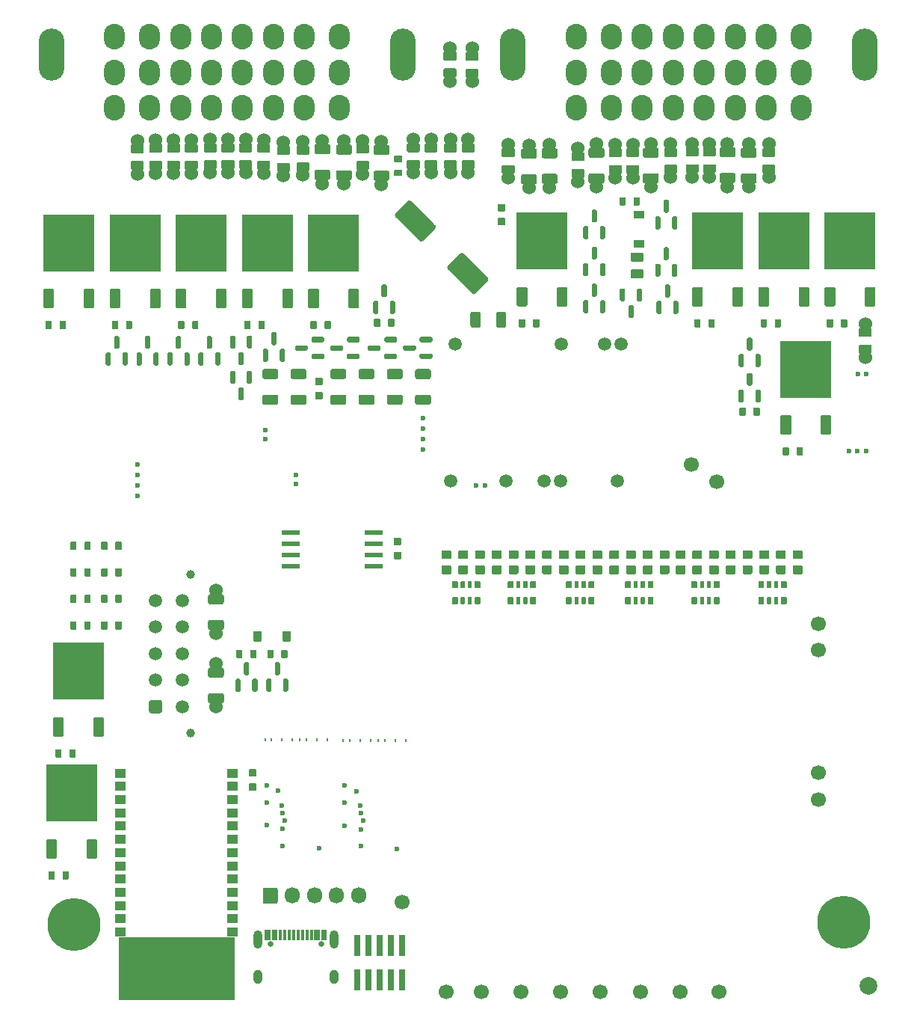
<source format=gts>
G04 #@! TF.GenerationSoftware,KiCad,Pcbnew,7.0.1-115-g2ece2719d0*
G04 #@! TF.CreationDate,2023-04-03T00:44:20+03:00*
G04 #@! TF.ProjectId,alphax_4ch,616c7068-6178-45f3-9463-682e6b696361,G*
G04 #@! TF.SameCoordinates,PX141f5e0PYa2cace0*
G04 #@! TF.FileFunction,Soldermask,Top*
G04 #@! TF.FilePolarity,Negative*
%FSLAX46Y46*%
G04 Gerber Fmt 4.6, Leading zero omitted, Abs format (unit mm)*
G04 Created by KiCad (PCBNEW 7.0.1-115-g2ece2719d0) date 2023-04-03 00:44:20*
%MOMM*%
%LPD*%
G01*
G04 APERTURE LIST*
%ADD10C,0.120000*%
%ADD11C,1.524000*%
%ADD12C,1.700000*%
%ADD13C,6.000000*%
%ADD14R,5.800000X6.400000*%
%ADD15O,1.700000X1.850000*%
%ADD16O,2.900000X5.900000*%
%ADD17O,2.400000X2.900000*%
%ADD18C,0.650000*%
%ADD19R,0.300000X1.150000*%
%ADD20O,1.000000X2.100000*%
%ADD21O,1.000000X1.600000*%
%ADD22C,1.000000*%
%ADD23C,1.500000*%
%ADD24C,0.600000*%
%ADD25R,1.300000X1.000000*%
%ADD26C,2.000000*%
%ADD27O,0.200000X0.399999*%
%ADD28C,0.599999*%
%ADD29R,0.740000X2.400000*%
G04 APERTURE END LIST*
G04 #@! TO.C,U4*
D10*
X22850000Y200000D02*
X9850000Y200000D01*
X9850000Y7200000D01*
X22850000Y7200000D01*
X22850000Y200000D01*
G36*
X22850000Y200000D02*
G01*
X9850000Y200000D01*
X9850000Y7200000D01*
X22850000Y7200000D01*
X22850000Y200000D01*
G37*
G04 #@! TD*
D11*
G04 #@! TO.C,R8*
X76750000Y93245000D03*
G36*
G01*
X77375000Y93699999D02*
X76125000Y93699999D01*
G75*
G02*
X76025000Y93799999I0J100000D01*
G01*
X76025000Y94599999D01*
G75*
G02*
X76125000Y94699999I100000J0D01*
G01*
X77375000Y94699999D01*
G75*
G02*
X77475000Y94599999I0J-100000D01*
G01*
X77475000Y93799999D01*
G75*
G02*
X77375000Y93699999I-100000J0D01*
G01*
G37*
G36*
G01*
X77375000Y95600021D02*
X76125000Y95600021D01*
G75*
G02*
X76025000Y95700021I0J100000D01*
G01*
X76025000Y96500021D01*
G75*
G02*
X76125000Y96600021I100000J0D01*
G01*
X77375000Y96600021D01*
G75*
G02*
X77475000Y96500021I0J-100000D01*
G01*
X77475000Y95700021D01*
G75*
G02*
X77375000Y95600021I-100000J0D01*
G01*
G37*
X76750000Y97055000D03*
G04 #@! TD*
G04 #@! TO.C,R107*
G36*
G01*
X2650000Y27610000D02*
X2650000Y28390000D01*
G75*
G02*
X2720000Y28460000I70000J0D01*
G01*
X3280000Y28460000D01*
G75*
G02*
X3350000Y28390000I0J-70000D01*
G01*
X3350000Y27610000D01*
G75*
G02*
X3280000Y27540000I-70000J0D01*
G01*
X2720000Y27540000D01*
G75*
G02*
X2650000Y27610000I0J70000D01*
G01*
G37*
G36*
G01*
X4250000Y27610000D02*
X4250000Y28390000D01*
G75*
G02*
X4320000Y28460000I70000J0D01*
G01*
X4880000Y28460000D01*
G75*
G02*
X4950000Y28390000I0J-70000D01*
G01*
X4950000Y27610000D01*
G75*
G02*
X4880000Y27540000I-70000J0D01*
G01*
X4320000Y27540000D01*
G75*
G02*
X4250000Y27610000I0J70000D01*
G01*
G37*
G04 #@! TD*
D12*
G04 #@! TO.C,P18*
X89100000Y39700000D03*
G04 #@! TD*
D11*
G04 #@! TO.C,F10*
X20840000Y33250000D03*
G36*
G01*
X21740000Y34594990D02*
X21740000Y33904990D01*
G75*
G02*
X21510000Y33674990I-230000J0D01*
G01*
X20170000Y33674990D01*
G75*
G02*
X19940000Y33904990I0J230000D01*
G01*
X19940000Y34594990D01*
G75*
G02*
X20170000Y34824990I230000J0D01*
G01*
X21510000Y34824990D01*
G75*
G02*
X21740000Y34594990I0J-230000D01*
G01*
G37*
G36*
G01*
X21740000Y37495010D02*
X21740000Y36805010D01*
G75*
G02*
X21510000Y36575010I-230000J0D01*
G01*
X20170000Y36575010D01*
G75*
G02*
X19940000Y36805010I0J230000D01*
G01*
X19940000Y37495010D01*
G75*
G02*
X20170000Y37725010I230000J0D01*
G01*
X21510000Y37725010D01*
G75*
G02*
X21740000Y37495010I0J-230000D01*
G01*
G37*
X20840000Y38150000D03*
G04 #@! TD*
G04 #@! TO.C,R2*
G36*
G01*
X82300000Y44965000D02*
X82300000Y45635000D01*
G75*
G02*
X82365000Y45700000I65000J0D01*
G01*
X82885000Y45700000D01*
G75*
G02*
X82950000Y45635000I0J-65000D01*
G01*
X82950000Y44965000D01*
G75*
G02*
X82885000Y44900000I-65000J0D01*
G01*
X82365000Y44900000D01*
G75*
G02*
X82300000Y44965000I0J65000D01*
G01*
G37*
G36*
G01*
X83275000Y44945000D02*
X83275000Y45655000D01*
G75*
G02*
X83320000Y45700000I45000J0D01*
G01*
X83680000Y45700000D01*
G75*
G02*
X83725000Y45655000I0J-45000D01*
G01*
X83725000Y44945000D01*
G75*
G02*
X83680000Y44900000I-45000J0D01*
G01*
X83320000Y44900000D01*
G75*
G02*
X83275000Y44945000I0J45000D01*
G01*
G37*
G36*
G01*
X84075000Y44945000D02*
X84075000Y45655000D01*
G75*
G02*
X84120000Y45700000I45000J0D01*
G01*
X84480000Y45700000D01*
G75*
G02*
X84525000Y45655000I0J-45000D01*
G01*
X84525000Y44945000D01*
G75*
G02*
X84480000Y44900000I-45000J0D01*
G01*
X84120000Y44900000D01*
G75*
G02*
X84075000Y44945000I0J45000D01*
G01*
G37*
G36*
G01*
X84850000Y44965000D02*
X84850000Y45635000D01*
G75*
G02*
X84915000Y45700000I65000J0D01*
G01*
X85435000Y45700000D01*
G75*
G02*
X85500000Y45635000I0J-65000D01*
G01*
X85500000Y44965000D01*
G75*
G02*
X85435000Y44900000I-65000J0D01*
G01*
X84915000Y44900000D01*
G75*
G02*
X84850000Y44965000I0J65000D01*
G01*
G37*
G36*
G01*
X84850000Y46765000D02*
X84850000Y47435000D01*
G75*
G02*
X84915000Y47500000I65000J0D01*
G01*
X85435000Y47500000D01*
G75*
G02*
X85500000Y47435000I0J-65000D01*
G01*
X85500000Y46765000D01*
G75*
G02*
X85435000Y46700000I-65000J0D01*
G01*
X84915000Y46700000D01*
G75*
G02*
X84850000Y46765000I0J65000D01*
G01*
G37*
G36*
G01*
X84075000Y46745000D02*
X84075000Y47455000D01*
G75*
G02*
X84120000Y47500000I45000J0D01*
G01*
X84480000Y47500000D01*
G75*
G02*
X84525000Y47455000I0J-45000D01*
G01*
X84525000Y46745000D01*
G75*
G02*
X84480000Y46700000I-45000J0D01*
G01*
X84120000Y46700000D01*
G75*
G02*
X84075000Y46745000I0J45000D01*
G01*
G37*
G36*
G01*
X83275000Y46745000D02*
X83275000Y47455000D01*
G75*
G02*
X83320000Y47500000I45000J0D01*
G01*
X83680000Y47500000D01*
G75*
G02*
X83725000Y47455000I0J-45000D01*
G01*
X83725000Y46745000D01*
G75*
G02*
X83680000Y46700000I-45000J0D01*
G01*
X83320000Y46700000D01*
G75*
G02*
X83275000Y46745000I0J45000D01*
G01*
G37*
G36*
G01*
X82300000Y46765000D02*
X82300000Y47435000D01*
G75*
G02*
X82365000Y47500000I65000J0D01*
G01*
X82885000Y47500000D01*
G75*
G02*
X82950000Y47435000I0J-65000D01*
G01*
X82950000Y46765000D01*
G75*
G02*
X82885000Y46700000I-65000J0D01*
G01*
X82365000Y46700000D01*
G75*
G02*
X82300000Y46765000I0J65000D01*
G01*
G37*
G04 #@! TD*
G04 #@! TO.C,D36*
G36*
G01*
X51199998Y48300001D02*
X50299998Y48300001D01*
G75*
G02*
X50199998Y48400001I0J100000D01*
G01*
X50199998Y49200001D01*
G75*
G02*
X50299998Y49300001I100000J0D01*
G01*
X51199998Y49300001D01*
G75*
G02*
X51299998Y49200001I0J-100000D01*
G01*
X51299998Y48400001D01*
G75*
G02*
X51199998Y48300001I-100000J0D01*
G01*
G37*
G36*
G01*
X51199998Y50000001D02*
X50299998Y50000001D01*
G75*
G02*
X50199998Y50100001I0J100000D01*
G01*
X50199998Y50900001D01*
G75*
G02*
X50299998Y51000001I100000J0D01*
G01*
X51199998Y51000001D01*
G75*
G02*
X51299998Y50900001I0J-100000D01*
G01*
X51299998Y50100001D01*
G75*
G02*
X51199998Y50000001I-100000J0D01*
G01*
G37*
G04 #@! TD*
G04 #@! TO.C,R136*
G36*
G01*
X43400000Y70605010D02*
X43400000Y71295010D01*
G75*
G02*
X43630000Y71525010I230000J0D01*
G01*
X44970000Y71525010D01*
G75*
G02*
X45200000Y71295010I0J-230000D01*
G01*
X45200000Y70605010D01*
G75*
G02*
X44970000Y70375010I-230000J0D01*
G01*
X43630000Y70375010D01*
G75*
G02*
X43400000Y70605010I0J230000D01*
G01*
G37*
G36*
G01*
X43400000Y67704990D02*
X43400000Y68394990D01*
G75*
G02*
X43630000Y68624990I230000J0D01*
G01*
X44970000Y68624990D01*
G75*
G02*
X45200000Y68394990I0J-230000D01*
G01*
X45200000Y67704990D01*
G75*
G02*
X44970000Y67474990I-230000J0D01*
G01*
X43630000Y67474990D01*
G75*
G02*
X43400000Y67704990I0J230000D01*
G01*
G37*
G04 #@! TD*
D12*
G04 #@! TO.C,P23*
X59900000Y1000000D03*
G04 #@! TD*
G04 #@! TO.C,R93*
G36*
G01*
X4350000Y42110000D02*
X4350000Y42890000D01*
G75*
G02*
X4420000Y42960000I70000J0D01*
G01*
X4980000Y42960000D01*
G75*
G02*
X5050000Y42890000I0J-70000D01*
G01*
X5050000Y42110000D01*
G75*
G02*
X4980000Y42040000I-70000J0D01*
G01*
X4420000Y42040000D01*
G75*
G02*
X4350000Y42110000I0J70000D01*
G01*
G37*
G36*
G01*
X5950000Y42110000D02*
X5950000Y42890000D01*
G75*
G02*
X6020000Y42960000I70000J0D01*
G01*
X6580000Y42960000D01*
G75*
G02*
X6650000Y42890000I0J-70000D01*
G01*
X6650000Y42110000D01*
G75*
G02*
X6580000Y42040000I-70000J0D01*
G01*
X6020000Y42040000D01*
G75*
G02*
X5950000Y42110000I0J70000D01*
G01*
G37*
G04 #@! TD*
D13*
G04 #@! TO.C,J8*
X4803000Y8619000D03*
G04 #@! TD*
G04 #@! TO.C,D34*
G36*
G01*
X47399998Y48300001D02*
X46499998Y48300001D01*
G75*
G02*
X46399998Y48400001I0J100000D01*
G01*
X46399998Y49200001D01*
G75*
G02*
X46499998Y49300001I100000J0D01*
G01*
X47399998Y49300001D01*
G75*
G02*
X47499998Y49200001I0J-100000D01*
G01*
X47499998Y48400001D01*
G75*
G02*
X47399998Y48300001I-100000J0D01*
G01*
G37*
G36*
G01*
X47399998Y50000001D02*
X46499998Y50000001D01*
G75*
G02*
X46399998Y50100001I0J100000D01*
G01*
X46399998Y50900001D01*
G75*
G02*
X46499998Y51000001I100000J0D01*
G01*
X47399998Y51000001D01*
G75*
G02*
X47499998Y50900001I0J-100000D01*
G01*
X47499998Y50100001D01*
G75*
G02*
X47399998Y50000001I-100000J0D01*
G01*
G37*
G04 #@! TD*
D11*
G04 #@! TO.C,R59*
X45200000Y97505000D03*
G36*
G01*
X44575000Y97050001D02*
X45825000Y97050001D01*
G75*
G02*
X45925000Y96950001I0J-100000D01*
G01*
X45925000Y96150001D01*
G75*
G02*
X45825000Y96050001I-100000J0D01*
G01*
X44575000Y96050001D01*
G75*
G02*
X44475000Y96150001I0J100000D01*
G01*
X44475000Y96950001D01*
G75*
G02*
X44575000Y97050001I100000J0D01*
G01*
G37*
G36*
G01*
X44575000Y95149979D02*
X45825000Y95149979D01*
G75*
G02*
X45925000Y95049979I0J-100000D01*
G01*
X45925000Y94249979D01*
G75*
G02*
X45825000Y94149979I-100000J0D01*
G01*
X44575000Y94149979D01*
G75*
G02*
X44475000Y94249979I0J100000D01*
G01*
X44475000Y95049979D01*
G75*
G02*
X44575000Y95149979I100000J0D01*
G01*
G37*
X45200000Y93695000D03*
G04 #@! TD*
G04 #@! TO.C,R9*
X74800000Y93245000D03*
G36*
G01*
X75425000Y93699999D02*
X74175000Y93699999D01*
G75*
G02*
X74075000Y93799999I0J100000D01*
G01*
X74075000Y94599999D01*
G75*
G02*
X74175000Y94699999I100000J0D01*
G01*
X75425000Y94699999D01*
G75*
G02*
X75525000Y94599999I0J-100000D01*
G01*
X75525000Y93799999D01*
G75*
G02*
X75425000Y93699999I-100000J0D01*
G01*
G37*
G36*
G01*
X75425000Y95600021D02*
X74175000Y95600021D01*
G75*
G02*
X74075000Y95700021I0J100000D01*
G01*
X74075000Y96500021D01*
G75*
G02*
X74175000Y96600021I100000J0D01*
G01*
X75425000Y96600021D01*
G75*
G02*
X75525000Y96500021I0J-100000D01*
G01*
X75525000Y95700021D01*
G75*
G02*
X75425000Y95600021I-100000J0D01*
G01*
G37*
X74800000Y97055000D03*
G04 #@! TD*
G04 #@! TO.C,R68*
X24200000Y93695000D03*
G36*
G01*
X24825000Y94149999D02*
X23575000Y94149999D01*
G75*
G02*
X23475000Y94249999I0J100000D01*
G01*
X23475000Y95049999D01*
G75*
G02*
X23575000Y95149999I100000J0D01*
G01*
X24825000Y95149999D01*
G75*
G02*
X24925000Y95049999I0J-100000D01*
G01*
X24925000Y94249999D01*
G75*
G02*
X24825000Y94149999I-100000J0D01*
G01*
G37*
G36*
G01*
X24825000Y96050021D02*
X23575000Y96050021D01*
G75*
G02*
X23475000Y96150021I0J100000D01*
G01*
X23475000Y96950021D01*
G75*
G02*
X23575000Y97050021I100000J0D01*
G01*
X24825000Y97050021D01*
G75*
G02*
X24925000Y96950021I0J-100000D01*
G01*
X24925000Y96150021D01*
G75*
G02*
X24825000Y96050021I-100000J0D01*
G01*
G37*
X24200000Y97505000D03*
G04 #@! TD*
G04 #@! TO.C,R102*
G36*
G01*
X90050000Y76310000D02*
X90050000Y77090000D01*
G75*
G02*
X90120000Y77160000I70000J0D01*
G01*
X90680000Y77160000D01*
G75*
G02*
X90750000Y77090000I0J-70000D01*
G01*
X90750000Y76310000D01*
G75*
G02*
X90680000Y76240000I-70000J0D01*
G01*
X90120000Y76240000D01*
G75*
G02*
X90050000Y76310000I0J70000D01*
G01*
G37*
G36*
G01*
X91650000Y76310000D02*
X91650000Y77090000D01*
G75*
G02*
X91720000Y77160000I70000J0D01*
G01*
X92280000Y77160000D01*
G75*
G02*
X92350000Y77090000I0J-70000D01*
G01*
X92350000Y76310000D01*
G75*
G02*
X92280000Y76240000I-70000J0D01*
G01*
X91720000Y76240000D01*
G75*
G02*
X91650000Y76310000I0J70000D01*
G01*
G37*
G04 #@! TD*
G04 #@! TO.C,Q47*
G36*
G01*
X24880000Y78400000D02*
X23920000Y78400000D01*
G75*
G02*
X23800000Y78520000I0J120000D01*
G01*
X23800000Y80480000D01*
G75*
G02*
X23920000Y80600000I120000J0D01*
G01*
X24880000Y80600000D01*
G75*
G02*
X25000000Y80480000I0J-120000D01*
G01*
X25000000Y78520000D01*
G75*
G02*
X24880000Y78400000I-120000J0D01*
G01*
G37*
D14*
X26680000Y85800000D03*
G36*
G01*
X29440000Y78400000D02*
X28480000Y78400000D01*
G75*
G02*
X28360000Y78520000I0J120000D01*
G01*
X28360000Y80480000D01*
G75*
G02*
X28480000Y80600000I120000J0D01*
G01*
X29440000Y80600000D01*
G75*
G02*
X29560000Y80480000I0J-120000D01*
G01*
X29560000Y78520000D01*
G75*
G02*
X29440000Y78400000I-120000J0D01*
G01*
G37*
G04 #@! TD*
G04 #@! TO.C,J5*
G36*
G01*
X26150000Y11225000D02*
X26150000Y12575000D01*
G75*
G02*
X26400000Y12825000I250000J0D01*
G01*
X27600000Y12825000D01*
G75*
G02*
X27850000Y12575000I0J-250000D01*
G01*
X27850000Y11225000D01*
G75*
G02*
X27600000Y10975000I-250000J0D01*
G01*
X26400000Y10975000D01*
G75*
G02*
X26150000Y11225000I0J250000D01*
G01*
G37*
D15*
X29500000Y11900000D03*
X32000000Y11900000D03*
X34500000Y11900000D03*
X37000000Y11900000D03*
G04 #@! TD*
D11*
G04 #@! TO.C,F4*
X63950000Y97000000D03*
G36*
G01*
X63050000Y95655010D02*
X63050000Y96345010D01*
G75*
G02*
X63280000Y96575010I230000J0D01*
G01*
X64620000Y96575010D01*
G75*
G02*
X64850000Y96345010I0J-230000D01*
G01*
X64850000Y95655010D01*
G75*
G02*
X64620000Y95425010I-230000J0D01*
G01*
X63280000Y95425010D01*
G75*
G02*
X63050000Y95655010I0J230000D01*
G01*
G37*
G36*
G01*
X63050000Y92754990D02*
X63050000Y93444990D01*
G75*
G02*
X63280000Y93674990I230000J0D01*
G01*
X64620000Y93674990D01*
G75*
G02*
X64850000Y93444990I0J-230000D01*
G01*
X64850000Y92754990D01*
G75*
G02*
X64620000Y92524990I-230000J0D01*
G01*
X63280000Y92524990D01*
G75*
G02*
X63050000Y92754990I0J230000D01*
G01*
G37*
X63950000Y92100000D03*
G04 #@! TD*
G04 #@! TO.C,Q13*
G36*
G01*
X80500000Y67725000D02*
X80200000Y67725000D01*
G75*
G02*
X80050000Y67875000I0J150000D01*
G01*
X80050000Y69050000D01*
G75*
G02*
X80200000Y69200000I150000J0D01*
G01*
X80500000Y69200000D01*
G75*
G02*
X80650000Y69050000I0J-150000D01*
G01*
X80650000Y67875000D01*
G75*
G02*
X80500000Y67725000I-150000J0D01*
G01*
G37*
G36*
G01*
X81450000Y69600000D02*
X81150000Y69600000D01*
G75*
G02*
X81000000Y69750000I0J150000D01*
G01*
X81000000Y70925000D01*
G75*
G02*
X81150000Y71075000I150000J0D01*
G01*
X81450000Y71075000D01*
G75*
G02*
X81600000Y70925000I0J-150000D01*
G01*
X81600000Y69750000D01*
G75*
G02*
X81450000Y69600000I-150000J0D01*
G01*
G37*
G36*
G01*
X82400000Y67725000D02*
X82100000Y67725000D01*
G75*
G02*
X81950000Y67875000I0J150000D01*
G01*
X81950000Y69050000D01*
G75*
G02*
X82100000Y69200000I150000J0D01*
G01*
X82400000Y69200000D01*
G75*
G02*
X82550000Y69050000I0J-150000D01*
G01*
X82550000Y67875000D01*
G75*
G02*
X82400000Y67725000I-150000J0D01*
G01*
G37*
G04 #@! TD*
G04 #@! TO.C,R91*
X94400000Y72795000D03*
G36*
G01*
X95025000Y73249999D02*
X93775000Y73249999D01*
G75*
G02*
X93675000Y73349999I0J100000D01*
G01*
X93675000Y74149999D01*
G75*
G02*
X93775000Y74249999I100000J0D01*
G01*
X95025000Y74249999D01*
G75*
G02*
X95125000Y74149999I0J-100000D01*
G01*
X95125000Y73349999D01*
G75*
G02*
X95025000Y73249999I-100000J0D01*
G01*
G37*
G36*
G01*
X95025000Y75150021D02*
X93775000Y75150021D01*
G75*
G02*
X93675000Y75250021I0J100000D01*
G01*
X93675000Y76050021D01*
G75*
G02*
X93775000Y76150021I100000J0D01*
G01*
X95025000Y76150021D01*
G75*
G02*
X95125000Y76050021I0J-100000D01*
G01*
X95125000Y75250021D01*
G75*
G02*
X95025000Y75150021I-100000J0D01*
G01*
G37*
X94400000Y76605000D03*
G04 #@! TD*
G04 #@! TO.C,R98*
G36*
G01*
X75050000Y76310000D02*
X75050000Y77090000D01*
G75*
G02*
X75120000Y77160000I70000J0D01*
G01*
X75680000Y77160000D01*
G75*
G02*
X75750000Y77090000I0J-70000D01*
G01*
X75750000Y76310000D01*
G75*
G02*
X75680000Y76240000I-70000J0D01*
G01*
X75120000Y76240000D01*
G75*
G02*
X75050000Y76310000I0J70000D01*
G01*
G37*
G36*
G01*
X76650000Y76310000D02*
X76650000Y77090000D01*
G75*
G02*
X76720000Y77160000I70000J0D01*
G01*
X77280000Y77160000D01*
G75*
G02*
X77350000Y77090000I0J-70000D01*
G01*
X77350000Y76310000D01*
G75*
G02*
X77280000Y76240000I-70000J0D01*
G01*
X76720000Y76240000D01*
G75*
G02*
X76650000Y76310000I0J70000D01*
G01*
G37*
G04 #@! TD*
G04 #@! TO.C,Q49*
G36*
G01*
X45375000Y73100000D02*
X45375000Y72800000D01*
G75*
G02*
X45225000Y72650000I-150000J0D01*
G01*
X44050000Y72650000D01*
G75*
G02*
X43900000Y72800000I0J150000D01*
G01*
X43900000Y73100000D01*
G75*
G02*
X44050000Y73250000I150000J0D01*
G01*
X45225000Y73250000D01*
G75*
G02*
X45375000Y73100000I0J-150000D01*
G01*
G37*
G36*
G01*
X43500000Y74050000D02*
X43500000Y73750000D01*
G75*
G02*
X43350000Y73600000I-150000J0D01*
G01*
X42175000Y73600000D01*
G75*
G02*
X42025000Y73750000I0J150000D01*
G01*
X42025000Y74050000D01*
G75*
G02*
X42175000Y74200000I150000J0D01*
G01*
X43350000Y74200000D01*
G75*
G02*
X43500000Y74050000I0J-150000D01*
G01*
G37*
G36*
G01*
X45375000Y75000000D02*
X45375000Y74700000D01*
G75*
G02*
X45225000Y74550000I-150000J0D01*
G01*
X44050000Y74550000D01*
G75*
G02*
X43900000Y74700000I0J150000D01*
G01*
X43900000Y75000000D01*
G75*
G02*
X44050000Y75150000I150000J0D01*
G01*
X45225000Y75150000D01*
G75*
G02*
X45375000Y75000000I0J-150000D01*
G01*
G37*
G04 #@! TD*
G04 #@! TO.C,D15*
G36*
G01*
X66399998Y48300001D02*
X65499998Y48300001D01*
G75*
G02*
X65399998Y48400001I0J100000D01*
G01*
X65399998Y49200001D01*
G75*
G02*
X65499998Y49300001I100000J0D01*
G01*
X66399998Y49300001D01*
G75*
G02*
X66499998Y49200001I0J-100000D01*
G01*
X66499998Y48400001D01*
G75*
G02*
X66399998Y48300001I-100000J0D01*
G01*
G37*
G36*
G01*
X66399998Y50000001D02*
X65499998Y50000001D01*
G75*
G02*
X65399998Y50100001I0J100000D01*
G01*
X65399998Y50900001D01*
G75*
G02*
X65499998Y51000001I100000J0D01*
G01*
X66399998Y51000001D01*
G75*
G02*
X66499998Y50900001I0J-100000D01*
G01*
X66499998Y50100001D01*
G75*
G02*
X66399998Y50000001I-100000J0D01*
G01*
G37*
G04 #@! TD*
G04 #@! TO.C,R108*
G36*
G01*
X24050000Y76110000D02*
X24050000Y76890000D01*
G75*
G02*
X24120000Y76960000I70000J0D01*
G01*
X24680000Y76960000D01*
G75*
G02*
X24750000Y76890000I0J-70000D01*
G01*
X24750000Y76110000D01*
G75*
G02*
X24680000Y76040000I-70000J0D01*
G01*
X24120000Y76040000D01*
G75*
G02*
X24050000Y76110000I0J70000D01*
G01*
G37*
G36*
G01*
X25650000Y76110000D02*
X25650000Y76890000D01*
G75*
G02*
X25720000Y76960000I70000J0D01*
G01*
X26280000Y76960000D01*
G75*
G02*
X26350000Y76890000I0J-70000D01*
G01*
X26350000Y76110000D01*
G75*
G02*
X26280000Y76040000I-70000J0D01*
G01*
X25720000Y76040000D01*
G75*
G02*
X25650000Y76110000I0J70000D01*
G01*
G37*
G04 #@! TD*
G04 #@! TO.C,C4*
G36*
G01*
X52860000Y90215001D02*
X53540000Y90215001D01*
G75*
G02*
X53625000Y90130001I0J-85000D01*
G01*
X53625000Y89450001D01*
G75*
G02*
X53540000Y89365001I-85000J0D01*
G01*
X52860000Y89365001D01*
G75*
G02*
X52775000Y89450001I0J85000D01*
G01*
X52775000Y90130001D01*
G75*
G02*
X52860000Y90215001I85000J0D01*
G01*
G37*
G36*
G01*
X52860000Y88634999D02*
X53540000Y88634999D01*
G75*
G02*
X53625000Y88549999I0J-85000D01*
G01*
X53625000Y87869999D01*
G75*
G02*
X53540000Y87784999I-85000J0D01*
G01*
X52860000Y87784999D01*
G75*
G02*
X52775000Y87869999I0J85000D01*
G01*
X52775000Y88549999D01*
G75*
G02*
X52860000Y88634999I85000J0D01*
G01*
G37*
G04 #@! TD*
G04 #@! TO.C,Q48*
G36*
G01*
X56000000Y78600000D02*
X55040000Y78600000D01*
G75*
G02*
X54920000Y78720000I0J120000D01*
G01*
X54920000Y80680000D01*
G75*
G02*
X55040000Y80800000I120000J0D01*
G01*
X56000000Y80800000D01*
G75*
G02*
X56120000Y80680000I0J-120000D01*
G01*
X56120000Y78720000D01*
G75*
G02*
X56000000Y78600000I-120000J0D01*
G01*
G37*
D14*
X57800000Y86000000D03*
G36*
G01*
X60560000Y78600000D02*
X59600000Y78600000D01*
G75*
G02*
X59480000Y78720000I0J120000D01*
G01*
X59480000Y80680000D01*
G75*
G02*
X59600000Y80800000I120000J0D01*
G01*
X60560000Y80800000D01*
G75*
G02*
X60680000Y80680000I0J-120000D01*
G01*
X60680000Y78720000D01*
G75*
G02*
X60560000Y78600000I-120000J0D01*
G01*
G37*
G04 #@! TD*
G04 #@! TO.C,R50*
G36*
G01*
X60500000Y44965000D02*
X60500000Y45635000D01*
G75*
G02*
X60565000Y45700000I65000J0D01*
G01*
X61085000Y45700000D01*
G75*
G02*
X61150000Y45635000I0J-65000D01*
G01*
X61150000Y44965000D01*
G75*
G02*
X61085000Y44900000I-65000J0D01*
G01*
X60565000Y44900000D01*
G75*
G02*
X60500000Y44965000I0J65000D01*
G01*
G37*
G36*
G01*
X61475000Y44945000D02*
X61475000Y45655000D01*
G75*
G02*
X61520000Y45700000I45000J0D01*
G01*
X61880000Y45700000D01*
G75*
G02*
X61925000Y45655000I0J-45000D01*
G01*
X61925000Y44945000D01*
G75*
G02*
X61880000Y44900000I-45000J0D01*
G01*
X61520000Y44900000D01*
G75*
G02*
X61475000Y44945000I0J45000D01*
G01*
G37*
G36*
G01*
X62275000Y44945000D02*
X62275000Y45655000D01*
G75*
G02*
X62320000Y45700000I45000J0D01*
G01*
X62680000Y45700000D01*
G75*
G02*
X62725000Y45655000I0J-45000D01*
G01*
X62725000Y44945000D01*
G75*
G02*
X62680000Y44900000I-45000J0D01*
G01*
X62320000Y44900000D01*
G75*
G02*
X62275000Y44945000I0J45000D01*
G01*
G37*
G36*
G01*
X63050000Y44965000D02*
X63050000Y45635000D01*
G75*
G02*
X63115000Y45700000I65000J0D01*
G01*
X63635000Y45700000D01*
G75*
G02*
X63700000Y45635000I0J-65000D01*
G01*
X63700000Y44965000D01*
G75*
G02*
X63635000Y44900000I-65000J0D01*
G01*
X63115000Y44900000D01*
G75*
G02*
X63050000Y44965000I0J65000D01*
G01*
G37*
G36*
G01*
X63050000Y46765000D02*
X63050000Y47435000D01*
G75*
G02*
X63115000Y47500000I65000J0D01*
G01*
X63635000Y47500000D01*
G75*
G02*
X63700000Y47435000I0J-65000D01*
G01*
X63700000Y46765000D01*
G75*
G02*
X63635000Y46700000I-65000J0D01*
G01*
X63115000Y46700000D01*
G75*
G02*
X63050000Y46765000I0J65000D01*
G01*
G37*
G36*
G01*
X62275000Y46745000D02*
X62275000Y47455000D01*
G75*
G02*
X62320000Y47500000I45000J0D01*
G01*
X62680000Y47500000D01*
G75*
G02*
X62725000Y47455000I0J-45000D01*
G01*
X62725000Y46745000D01*
G75*
G02*
X62680000Y46700000I-45000J0D01*
G01*
X62320000Y46700000D01*
G75*
G02*
X62275000Y46745000I0J45000D01*
G01*
G37*
G36*
G01*
X61475000Y46745000D02*
X61475000Y47455000D01*
G75*
G02*
X61520000Y47500000I45000J0D01*
G01*
X61880000Y47500000D01*
G75*
G02*
X61925000Y47455000I0J-45000D01*
G01*
X61925000Y46745000D01*
G75*
G02*
X61880000Y46700000I-45000J0D01*
G01*
X61520000Y46700000D01*
G75*
G02*
X61475000Y46745000I0J45000D01*
G01*
G37*
G36*
G01*
X60500000Y46765000D02*
X60500000Y47435000D01*
G75*
G02*
X60565000Y47500000I65000J0D01*
G01*
X61085000Y47500000D01*
G75*
G02*
X61150000Y47435000I0J-65000D01*
G01*
X61150000Y46765000D01*
G75*
G02*
X61085000Y46700000I-65000J0D01*
G01*
X60565000Y46700000D01*
G75*
G02*
X60500000Y46765000I0J65000D01*
G01*
G37*
G04 #@! TD*
G04 #@! TO.C,D28*
G36*
G01*
X26609999Y72325000D02*
X26309999Y72325000D01*
G75*
G02*
X26159999Y72475000I0J150000D01*
G01*
X26159999Y73650000D01*
G75*
G02*
X26309999Y73800000I150000J0D01*
G01*
X26609999Y73800000D01*
G75*
G02*
X26759999Y73650000I0J-150000D01*
G01*
X26759999Y72475000D01*
G75*
G02*
X26609999Y72325000I-150000J0D01*
G01*
G37*
G36*
G01*
X27559999Y74200000D02*
X27259999Y74200000D01*
G75*
G02*
X27109999Y74350000I0J150000D01*
G01*
X27109999Y75525000D01*
G75*
G02*
X27259999Y75675000I150000J0D01*
G01*
X27559999Y75675000D01*
G75*
G02*
X27709999Y75525000I0J-150000D01*
G01*
X27709999Y74350000D01*
G75*
G02*
X27559999Y74200000I-150000J0D01*
G01*
G37*
G36*
G01*
X28509999Y72325000D02*
X28209999Y72325000D01*
G75*
G02*
X28059999Y72475000I0J150000D01*
G01*
X28059999Y73650000D01*
G75*
G02*
X28209999Y73800000I150000J0D01*
G01*
X28509999Y73800000D01*
G75*
G02*
X28659999Y73650000I0J-150000D01*
G01*
X28659999Y72475000D01*
G75*
G02*
X28509999Y72325000I-150000J0D01*
G01*
G37*
G04 #@! TD*
G04 #@! TO.C,D12*
G36*
G01*
X73950000Y48300000D02*
X73050000Y48300000D01*
G75*
G02*
X72950000Y48400000I0J100000D01*
G01*
X72950000Y49200000D01*
G75*
G02*
X73050000Y49300000I100000J0D01*
G01*
X73950000Y49300000D01*
G75*
G02*
X74050000Y49200000I0J-100000D01*
G01*
X74050000Y48400000D01*
G75*
G02*
X73950000Y48300000I-100000J0D01*
G01*
G37*
G36*
G01*
X73950000Y50000000D02*
X73050000Y50000000D01*
G75*
G02*
X72950000Y50100000I0J100000D01*
G01*
X72950000Y50900000D01*
G75*
G02*
X73050000Y51000000I100000J0D01*
G01*
X73950000Y51000000D01*
G75*
G02*
X74050000Y50900000I0J-100000D01*
G01*
X74050000Y50100000D01*
G75*
G02*
X73950000Y50000000I-100000J0D01*
G01*
G37*
G04 #@! TD*
D16*
G04 #@! TO.C,P2*
X2200000Y107100000D03*
X42000000Y107100000D03*
D17*
X9350000Y101100000D03*
X13350000Y101100000D03*
X16850000Y101100000D03*
X20350000Y101100000D03*
X23850000Y101100000D03*
X27350000Y101100000D03*
X30850000Y101100000D03*
X34850000Y101100000D03*
X9350000Y105100000D03*
X13350000Y105100000D03*
X16850000Y105100000D03*
X20350000Y105100000D03*
X23850000Y105100000D03*
X27350000Y105100000D03*
X30850000Y105100000D03*
X34850000Y105100000D03*
X9350000Y109100000D03*
X13350000Y109100000D03*
X16850000Y109100000D03*
X20350000Y109100000D03*
X23850000Y109100000D03*
X27350000Y109100000D03*
X30850000Y109100000D03*
X34850000Y109100000D03*
G04 #@! TD*
G04 #@! TO.C,D11*
G36*
G01*
X75799998Y48300001D02*
X74899998Y48300001D01*
G75*
G02*
X74799998Y48400001I0J100000D01*
G01*
X74799998Y49200001D01*
G75*
G02*
X74899998Y49300001I100000J0D01*
G01*
X75799998Y49300001D01*
G75*
G02*
X75899998Y49200001I0J-100000D01*
G01*
X75899998Y48400001D01*
G75*
G02*
X75799998Y48300001I-100000J0D01*
G01*
G37*
G36*
G01*
X75799998Y50000001D02*
X74899998Y50000001D01*
G75*
G02*
X74799998Y50100001I0J100000D01*
G01*
X74799998Y50900001D01*
G75*
G02*
X74899998Y51000001I100000J0D01*
G01*
X75799998Y51000001D01*
G75*
G02*
X75899998Y50900001I0J-100000D01*
G01*
X75899998Y50100001D01*
G75*
G02*
X75799998Y50000001I-100000J0D01*
G01*
G37*
G04 #@! TD*
D12*
G04 #@! TO.C,P19*
X41900000Y11200000D03*
G04 #@! TD*
D11*
G04 #@! TO.C,R11*
X47350000Y104095000D03*
G36*
G01*
X47975000Y104549999D02*
X46725000Y104549999D01*
G75*
G02*
X46625000Y104649999I0J100000D01*
G01*
X46625000Y105449999D01*
G75*
G02*
X46725000Y105549999I100000J0D01*
G01*
X47975000Y105549999D01*
G75*
G02*
X48075000Y105449999I0J-100000D01*
G01*
X48075000Y104649999D01*
G75*
G02*
X47975000Y104549999I-100000J0D01*
G01*
G37*
G36*
G01*
X47975000Y106450021D02*
X46725000Y106450021D01*
G75*
G02*
X46625000Y106550021I0J100000D01*
G01*
X46625000Y107350021D01*
G75*
G02*
X46725000Y107450021I100000J0D01*
G01*
X47975000Y107450021D01*
G75*
G02*
X48075000Y107350021I0J-100000D01*
G01*
X48075000Y106550021D01*
G75*
G02*
X47975000Y106450021I-100000J0D01*
G01*
G37*
X47350000Y107905000D03*
G04 #@! TD*
G04 #@! TO.C,Q35*
G36*
G01*
X37137500Y73100000D02*
X37137500Y72800000D01*
G75*
G02*
X36987500Y72650000I-150000J0D01*
G01*
X35812500Y72650000D01*
G75*
G02*
X35662500Y72800000I0J150000D01*
G01*
X35662500Y73100000D01*
G75*
G02*
X35812500Y73250000I150000J0D01*
G01*
X36987500Y73250000D01*
G75*
G02*
X37137500Y73100000I0J-150000D01*
G01*
G37*
G36*
G01*
X35262500Y74050000D02*
X35262500Y73750000D01*
G75*
G02*
X35112500Y73600000I-150000J0D01*
G01*
X33937500Y73600000D01*
G75*
G02*
X33787500Y73750000I0J150000D01*
G01*
X33787500Y74050000D01*
G75*
G02*
X33937500Y74200000I150000J0D01*
G01*
X35112500Y74200000D01*
G75*
G02*
X35262500Y74050000I0J-150000D01*
G01*
G37*
G36*
G01*
X37137500Y75000000D02*
X37137500Y74700000D01*
G75*
G02*
X36987500Y74550000I-150000J0D01*
G01*
X35812500Y74550000D01*
G75*
G02*
X35662500Y74700000I0J150000D01*
G01*
X35662500Y75000000D01*
G75*
G02*
X35812500Y75150000I150000J0D01*
G01*
X36987500Y75150000D01*
G75*
G02*
X37137500Y75000000I0J-150000D01*
G01*
G37*
G04 #@! TD*
D12*
G04 #@! TO.C,P26*
X64400000Y1000000D03*
G04 #@! TD*
D11*
G04 #@! TO.C,R60*
X43200000Y93695000D03*
G36*
G01*
X43825000Y94149999D02*
X42575000Y94149999D01*
G75*
G02*
X42475000Y94249999I0J100000D01*
G01*
X42475000Y95049999D01*
G75*
G02*
X42575000Y95149999I100000J0D01*
G01*
X43825000Y95149999D01*
G75*
G02*
X43925000Y95049999I0J-100000D01*
G01*
X43925000Y94249999D01*
G75*
G02*
X43825000Y94149999I-100000J0D01*
G01*
G37*
G36*
G01*
X43825000Y96050021D02*
X42575000Y96050021D01*
G75*
G02*
X42475000Y96150021I0J100000D01*
G01*
X42475000Y96950021D01*
G75*
G02*
X42575000Y97050021I100000J0D01*
G01*
X43825000Y97050021D01*
G75*
G02*
X43925000Y96950021I0J-100000D01*
G01*
X43925000Y96150021D01*
G75*
G02*
X43825000Y96050021I-100000J0D01*
G01*
G37*
X43200000Y97505000D03*
G04 #@! TD*
D18*
G04 #@! TO.C,J1*
X27010000Y6420000D03*
X32790000Y6420000D03*
D19*
X26550000Y7485000D03*
X27350000Y7485000D03*
X28650000Y7485000D03*
X29650000Y7485000D03*
X30150000Y7485000D03*
X31150000Y7485000D03*
X32450000Y7485000D03*
X33250000Y7485000D03*
X32950000Y7485000D03*
X32150000Y7485000D03*
X31650000Y7485000D03*
X30650000Y7485000D03*
X29150000Y7485000D03*
X28150000Y7485000D03*
X27650000Y7485000D03*
X26850000Y7485000D03*
D20*
X25580000Y6920000D03*
D21*
X25580000Y2740000D03*
D20*
X34220000Y6920000D03*
D21*
X34220000Y2740000D03*
G04 #@! TD*
D12*
G04 #@! TO.C,P16*
X89100000Y22800000D03*
G04 #@! TD*
G04 #@! TO.C,Q45*
G36*
G01*
X2700000Y16100000D02*
X1740000Y16100000D01*
G75*
G02*
X1620000Y16220000I0J120000D01*
G01*
X1620000Y18180000D01*
G75*
G02*
X1740000Y18300000I120000J0D01*
G01*
X2700000Y18300000D01*
G75*
G02*
X2820000Y18180000I0J-120000D01*
G01*
X2820000Y16220000D01*
G75*
G02*
X2700000Y16100000I-120000J0D01*
G01*
G37*
D14*
X4500000Y23500000D03*
G36*
G01*
X7260000Y16100000D02*
X6300000Y16100000D01*
G75*
G02*
X6180000Y16220000I0J120000D01*
G01*
X6180000Y18180000D01*
G75*
G02*
X6300000Y18300000I120000J0D01*
G01*
X7260000Y18300000D01*
G75*
G02*
X7380000Y18180000I0J-120000D01*
G01*
X7380000Y16220000D01*
G75*
G02*
X7260000Y16100000I-120000J0D01*
G01*
G37*
G04 #@! TD*
D12*
G04 #@! TO.C,P21*
X50900000Y1000000D03*
G04 #@! TD*
G04 #@! TO.C,Q8*
G36*
G01*
X15800000Y71925000D02*
X15500000Y71925000D01*
G75*
G02*
X15350000Y72075000I0J150000D01*
G01*
X15350000Y73250000D01*
G75*
G02*
X15500000Y73400000I150000J0D01*
G01*
X15800000Y73400000D01*
G75*
G02*
X15950000Y73250000I0J-150000D01*
G01*
X15950000Y72075000D01*
G75*
G02*
X15800000Y71925000I-150000J0D01*
G01*
G37*
G36*
G01*
X16750000Y73800000D02*
X16450000Y73800000D01*
G75*
G02*
X16300000Y73950000I0J150000D01*
G01*
X16300000Y75125000D01*
G75*
G02*
X16450000Y75275000I150000J0D01*
G01*
X16750000Y75275000D01*
G75*
G02*
X16900000Y75125000I0J-150000D01*
G01*
X16900000Y73950000D01*
G75*
G02*
X16750000Y73800000I-150000J0D01*
G01*
G37*
G36*
G01*
X17700000Y71925000D02*
X17400000Y71925000D01*
G75*
G02*
X17250000Y72075000I0J150000D01*
G01*
X17250000Y73250000D01*
G75*
G02*
X17400000Y73400000I150000J0D01*
G01*
X17700000Y73400000D01*
G75*
G02*
X17850000Y73250000I0J-150000D01*
G01*
X17850000Y72075000D01*
G75*
G02*
X17700000Y71925000I-150000J0D01*
G01*
G37*
G04 #@! TD*
G04 #@! TO.C,Q4*
G36*
G01*
X27000000Y34982581D02*
X26700000Y34982581D01*
G75*
G02*
X26550000Y35132581I0J150000D01*
G01*
X26550000Y36307581D01*
G75*
G02*
X26700000Y36457581I150000J0D01*
G01*
X27000000Y36457581D01*
G75*
G02*
X27150000Y36307581I0J-150000D01*
G01*
X27150000Y35132581D01*
G75*
G02*
X27000000Y34982581I-150000J0D01*
G01*
G37*
G36*
G01*
X27950000Y36857581D02*
X27650000Y36857581D01*
G75*
G02*
X27500000Y37007581I0J150000D01*
G01*
X27500000Y38182581D01*
G75*
G02*
X27650000Y38332581I150000J0D01*
G01*
X27950000Y38332581D01*
G75*
G02*
X28100000Y38182581I0J-150000D01*
G01*
X28100000Y37007581D01*
G75*
G02*
X27950000Y36857581I-150000J0D01*
G01*
G37*
G36*
G01*
X28900000Y34982581D02*
X28600000Y34982581D01*
G75*
G02*
X28450000Y35132581I0J150000D01*
G01*
X28450000Y36307581D01*
G75*
G02*
X28600000Y36457581I150000J0D01*
G01*
X28900000Y36457581D01*
G75*
G02*
X29050000Y36307581I0J-150000D01*
G01*
X29050000Y35132581D01*
G75*
G02*
X28900000Y34982581I-150000J0D01*
G01*
G37*
G04 #@! TD*
G04 #@! TO.C,R131*
G36*
G01*
X33800000Y70605010D02*
X33800000Y71295010D01*
G75*
G02*
X34030000Y71525010I230000J0D01*
G01*
X35370000Y71525010D01*
G75*
G02*
X35600000Y71295010I0J-230000D01*
G01*
X35600000Y70605010D01*
G75*
G02*
X35370000Y70375010I-230000J0D01*
G01*
X34030000Y70375010D01*
G75*
G02*
X33800000Y70605010I0J230000D01*
G01*
G37*
G36*
G01*
X33800000Y67704990D02*
X33800000Y68394990D01*
G75*
G02*
X34030000Y68624990I230000J0D01*
G01*
X35370000Y68624990D01*
G75*
G02*
X35600000Y68394990I0J-230000D01*
G01*
X35600000Y67704990D01*
G75*
G02*
X35370000Y67474990I-230000J0D01*
G01*
X34030000Y67474990D01*
G75*
G02*
X33800000Y67704990I0J230000D01*
G01*
G37*
G04 #@! TD*
G04 #@! TO.C,R30*
G36*
G01*
X80150000Y66310000D02*
X80150000Y67090000D01*
G75*
G02*
X80220000Y67160000I70000J0D01*
G01*
X80780000Y67160000D01*
G75*
G02*
X80850000Y67090000I0J-70000D01*
G01*
X80850000Y66310000D01*
G75*
G02*
X80780000Y66240000I-70000J0D01*
G01*
X80220000Y66240000D01*
G75*
G02*
X80150000Y66310000I0J70000D01*
G01*
G37*
G36*
G01*
X81750000Y66310000D02*
X81750000Y67090000D01*
G75*
G02*
X81820000Y67160000I70000J0D01*
G01*
X82380000Y67160000D01*
G75*
G02*
X82450000Y67090000I0J-70000D01*
G01*
X82450000Y66310000D01*
G75*
G02*
X82380000Y66240000I-70000J0D01*
G01*
X81820000Y66240000D01*
G75*
G02*
X81750000Y66310000I0J70000D01*
G01*
G37*
G04 #@! TD*
G04 #@! TO.C,R141*
G36*
G01*
X26100000Y70605010D02*
X26100000Y71295010D01*
G75*
G02*
X26330000Y71525010I230000J0D01*
G01*
X27670000Y71525010D01*
G75*
G02*
X27900000Y71295010I0J-230000D01*
G01*
X27900000Y70605010D01*
G75*
G02*
X27670000Y70375010I-230000J0D01*
G01*
X26330000Y70375010D01*
G75*
G02*
X26100000Y70605010I0J230000D01*
G01*
G37*
G36*
G01*
X26100000Y67704990D02*
X26100000Y68394990D01*
G75*
G02*
X26330000Y68624990I230000J0D01*
G01*
X27670000Y68624990D01*
G75*
G02*
X27900000Y68394990I0J-230000D01*
G01*
X27900000Y67704990D01*
G75*
G02*
X27670000Y67474990I-230000J0D01*
G01*
X26330000Y67474990D01*
G75*
G02*
X26100000Y67704990I0J230000D01*
G01*
G37*
G04 #@! TD*
G04 #@! TO.C,Q15*
G36*
G01*
X62900000Y77825000D02*
X62600000Y77825000D01*
G75*
G02*
X62450000Y77975000I0J150000D01*
G01*
X62450000Y79150000D01*
G75*
G02*
X62600000Y79300000I150000J0D01*
G01*
X62900000Y79300000D01*
G75*
G02*
X63050000Y79150000I0J-150000D01*
G01*
X63050000Y77975000D01*
G75*
G02*
X62900000Y77825000I-150000J0D01*
G01*
G37*
G36*
G01*
X63850000Y79700000D02*
X63550000Y79700000D01*
G75*
G02*
X63400000Y79850000I0J150000D01*
G01*
X63400000Y81025000D01*
G75*
G02*
X63550000Y81175000I150000J0D01*
G01*
X63850000Y81175000D01*
G75*
G02*
X64000000Y81025000I0J-150000D01*
G01*
X64000000Y79850000D01*
G75*
G02*
X63850000Y79700000I-150000J0D01*
G01*
G37*
G36*
G01*
X64800000Y77825000D02*
X64500000Y77825000D01*
G75*
G02*
X64350000Y77975000I0J150000D01*
G01*
X64350000Y79150000D01*
G75*
G02*
X64500000Y79300000I150000J0D01*
G01*
X64800000Y79300000D01*
G75*
G02*
X64950000Y79150000I0J-150000D01*
G01*
X64950000Y77975000D01*
G75*
G02*
X64800000Y77825000I-150000J0D01*
G01*
G37*
G04 #@! TD*
D11*
G04 #@! TO.C,R17*
X68050000Y93145000D03*
G36*
G01*
X68675000Y93599999D02*
X67425000Y93599999D01*
G75*
G02*
X67325000Y93699999I0J100000D01*
G01*
X67325000Y94499999D01*
G75*
G02*
X67425000Y94599999I100000J0D01*
G01*
X68675000Y94599999D01*
G75*
G02*
X68775000Y94499999I0J-100000D01*
G01*
X68775000Y93699999D01*
G75*
G02*
X68675000Y93599999I-100000J0D01*
G01*
G37*
G36*
G01*
X68675000Y95500021D02*
X67425000Y95500021D01*
G75*
G02*
X67325000Y95600021I0J100000D01*
G01*
X67325000Y96400021D01*
G75*
G02*
X67425000Y96500021I100000J0D01*
G01*
X68675000Y96500021D01*
G75*
G02*
X68775000Y96400021I0J-100000D01*
G01*
X68775000Y95600021D01*
G75*
G02*
X68675000Y95500021I-100000J0D01*
G01*
G37*
X68050000Y96955000D03*
G04 #@! TD*
G04 #@! TO.C,D47*
G36*
G01*
X70199998Y48300001D02*
X69299998Y48300001D01*
G75*
G02*
X69199998Y48400001I0J100000D01*
G01*
X69199998Y49200001D01*
G75*
G02*
X69299998Y49300001I100000J0D01*
G01*
X70199998Y49300001D01*
G75*
G02*
X70299998Y49200001I0J-100000D01*
G01*
X70299998Y48400001D01*
G75*
G02*
X70199998Y48300001I-100000J0D01*
G01*
G37*
G36*
G01*
X70199998Y50000001D02*
X69299998Y50000001D01*
G75*
G02*
X69199998Y50100001I0J100000D01*
G01*
X69199998Y50900001D01*
G75*
G02*
X69299998Y51000001I100000J0D01*
G01*
X70199998Y51000001D01*
G75*
G02*
X70299998Y50900001I0J-100000D01*
G01*
X70299998Y50100001D01*
G75*
G02*
X70199998Y50000001I-100000J0D01*
G01*
G37*
G04 #@! TD*
G04 #@! TO.C,D39*
G36*
G01*
X53099998Y48300001D02*
X52199998Y48300001D01*
G75*
G02*
X52099998Y48400001I0J100000D01*
G01*
X52099998Y49200001D01*
G75*
G02*
X52199998Y49300001I100000J0D01*
G01*
X53099998Y49300001D01*
G75*
G02*
X53199998Y49200001I0J-100000D01*
G01*
X53199998Y48400001D01*
G75*
G02*
X53099998Y48300001I-100000J0D01*
G01*
G37*
G36*
G01*
X53099998Y50000001D02*
X52199998Y50000001D01*
G75*
G02*
X52099998Y50100001I0J100000D01*
G01*
X52099998Y50900001D01*
G75*
G02*
X52199998Y51000001I100000J0D01*
G01*
X53099998Y51000001D01*
G75*
G02*
X53199998Y50900001I0J-100000D01*
G01*
X53199998Y50100001D01*
G75*
G02*
X53099998Y50000001I-100000J0D01*
G01*
G37*
G04 #@! TD*
G04 #@! TO.C,R104*
G36*
G01*
X1550000Y76110000D02*
X1550000Y76890000D01*
G75*
G02*
X1620000Y76960000I70000J0D01*
G01*
X2180000Y76960000D01*
G75*
G02*
X2250000Y76890000I0J-70000D01*
G01*
X2250000Y76110000D01*
G75*
G02*
X2180000Y76040000I-70000J0D01*
G01*
X1620000Y76040000D01*
G75*
G02*
X1550000Y76110000I0J70000D01*
G01*
G37*
G36*
G01*
X3150000Y76110000D02*
X3150000Y76890000D01*
G75*
G02*
X3220000Y76960000I70000J0D01*
G01*
X3780000Y76960000D01*
G75*
G02*
X3850000Y76890000I0J-70000D01*
G01*
X3850000Y76110000D01*
G75*
G02*
X3780000Y76040000I-70000J0D01*
G01*
X3220000Y76040000D01*
G75*
G02*
X3150000Y76110000I0J70000D01*
G01*
G37*
G04 #@! TD*
G04 #@! TO.C,R63*
X22200000Y93695000D03*
G36*
G01*
X22825000Y94149999D02*
X21575000Y94149999D01*
G75*
G02*
X21475000Y94249999I0J100000D01*
G01*
X21475000Y95049999D01*
G75*
G02*
X21575000Y95149999I100000J0D01*
G01*
X22825000Y95149999D01*
G75*
G02*
X22925000Y95049999I0J-100000D01*
G01*
X22925000Y94249999D01*
G75*
G02*
X22825000Y94149999I-100000J0D01*
G01*
G37*
G36*
G01*
X22825000Y96050021D02*
X21575000Y96050021D01*
G75*
G02*
X21475000Y96150021I0J100000D01*
G01*
X21475000Y96950021D01*
G75*
G02*
X21575000Y97050021I100000J0D01*
G01*
X22825000Y97050021D01*
G75*
G02*
X22925000Y96950021I0J-100000D01*
G01*
X22925000Y96150021D01*
G75*
G02*
X22825000Y96050021I-100000J0D01*
G01*
G37*
X22200000Y97505000D03*
G04 #@! TD*
G04 #@! TO.C,R74*
G36*
G01*
X4350000Y48110000D02*
X4350000Y48890000D01*
G75*
G02*
X4420000Y48960000I70000J0D01*
G01*
X4980000Y48960000D01*
G75*
G02*
X5050000Y48890000I0J-70000D01*
G01*
X5050000Y48110000D01*
G75*
G02*
X4980000Y48040000I-70000J0D01*
G01*
X4420000Y48040000D01*
G75*
G02*
X4350000Y48110000I0J70000D01*
G01*
G37*
G36*
G01*
X5950000Y48110000D02*
X5950000Y48890000D01*
G75*
G02*
X6020000Y48960000I70000J0D01*
G01*
X6580000Y48960000D01*
G75*
G02*
X6650000Y48890000I0J-70000D01*
G01*
X6650000Y48110000D01*
G75*
G02*
X6580000Y48040000I-70000J0D01*
G01*
X6020000Y48040000D01*
G75*
G02*
X5950000Y48110000I0J70000D01*
G01*
G37*
G04 #@! TD*
G04 #@! TO.C,D48*
G36*
G01*
X72099998Y48300001D02*
X71199998Y48300001D01*
G75*
G02*
X71099998Y48400001I0J100000D01*
G01*
X71099998Y49200001D01*
G75*
G02*
X71199998Y49300001I100000J0D01*
G01*
X72099998Y49300001D01*
G75*
G02*
X72199998Y49200001I0J-100000D01*
G01*
X72199998Y48400001D01*
G75*
G02*
X72099998Y48300001I-100000J0D01*
G01*
G37*
G36*
G01*
X72099998Y50000001D02*
X71199998Y50000001D01*
G75*
G02*
X71099998Y50100001I0J100000D01*
G01*
X71099998Y50900001D01*
G75*
G02*
X71199998Y51000001I100000J0D01*
G01*
X72099998Y51000001D01*
G75*
G02*
X72199998Y50900001I0J-100000D01*
G01*
X72199998Y50100001D01*
G75*
G02*
X72099998Y50000001I-100000J0D01*
G01*
G37*
G04 #@! TD*
D12*
G04 #@! TO.C,P24*
X46900000Y1000000D03*
G04 #@! TD*
G04 #@! TO.C,P28*
X77800000Y1000000D03*
G04 #@! TD*
D11*
G04 #@! TO.C,R16*
X72350000Y93195000D03*
G36*
G01*
X72975000Y93649999D02*
X71725000Y93649999D01*
G75*
G02*
X71625000Y93749999I0J100000D01*
G01*
X71625000Y94549999D01*
G75*
G02*
X71725000Y94649999I100000J0D01*
G01*
X72975000Y94649999D01*
G75*
G02*
X73075000Y94549999I0J-100000D01*
G01*
X73075000Y93749999D01*
G75*
G02*
X72975000Y93649999I-100000J0D01*
G01*
G37*
G36*
G01*
X72975000Y95550021D02*
X71725000Y95550021D01*
G75*
G02*
X71625000Y95650021I0J100000D01*
G01*
X71625000Y96450021D01*
G75*
G02*
X71725000Y96550021I100000J0D01*
G01*
X72975000Y96550021D01*
G75*
G02*
X73075000Y96450021I0J-100000D01*
G01*
X73075000Y95650021D01*
G75*
G02*
X72975000Y95550021I-100000J0D01*
G01*
G37*
X72350000Y97005000D03*
G04 #@! TD*
G04 #@! TO.C,C21*
G36*
G01*
X32160000Y70515001D02*
X32840000Y70515001D01*
G75*
G02*
X32925000Y70430001I0J-85000D01*
G01*
X32925000Y69750001D01*
G75*
G02*
X32840000Y69665001I-85000J0D01*
G01*
X32160000Y69665001D01*
G75*
G02*
X32075000Y69750001I0J85000D01*
G01*
X32075000Y70430001D01*
G75*
G02*
X32160000Y70515001I85000J0D01*
G01*
G37*
G36*
G01*
X32160000Y68934999D02*
X32840000Y68934999D01*
G75*
G02*
X32925000Y68849999I0J-85000D01*
G01*
X32925000Y68169999D01*
G75*
G02*
X32840000Y68084999I-85000J0D01*
G01*
X32160000Y68084999D01*
G75*
G02*
X32075000Y68169999I0J85000D01*
G01*
X32075000Y68849999D01*
G75*
G02*
X32160000Y68934999I85000J0D01*
G01*
G37*
G04 #@! TD*
G04 #@! TO.C,R70*
X11950000Y93595000D03*
G36*
G01*
X12575000Y94049999D02*
X11325000Y94049999D01*
G75*
G02*
X11225000Y94149999I0J100000D01*
G01*
X11225000Y94949999D01*
G75*
G02*
X11325000Y95049999I100000J0D01*
G01*
X12575000Y95049999D01*
G75*
G02*
X12675000Y94949999I0J-100000D01*
G01*
X12675000Y94149999D01*
G75*
G02*
X12575000Y94049999I-100000J0D01*
G01*
G37*
G36*
G01*
X12575000Y95950021D02*
X11325000Y95950021D01*
G75*
G02*
X11225000Y96050021I0J100000D01*
G01*
X11225000Y96850021D01*
G75*
G02*
X11325000Y96950021I100000J0D01*
G01*
X12575000Y96950021D01*
G75*
G02*
X12675000Y96850021I0J-100000D01*
G01*
X12675000Y96050021D01*
G75*
G02*
X12575000Y95950021I-100000J0D01*
G01*
G37*
X11950000Y97405000D03*
G04 #@! TD*
G04 #@! TO.C,D33*
G36*
G01*
X79599998Y48300001D02*
X78699998Y48300001D01*
G75*
G02*
X78599998Y48400001I0J100000D01*
G01*
X78599998Y49200001D01*
G75*
G02*
X78699998Y49300001I100000J0D01*
G01*
X79599998Y49300001D01*
G75*
G02*
X79699998Y49200001I0J-100000D01*
G01*
X79699998Y48400001D01*
G75*
G02*
X79599998Y48300001I-100000J0D01*
G01*
G37*
G36*
G01*
X79599998Y50000001D02*
X78699998Y50000001D01*
G75*
G02*
X78599998Y50100001I0J100000D01*
G01*
X78599998Y50900001D01*
G75*
G02*
X78699998Y51000001I100000J0D01*
G01*
X79599998Y51000001D01*
G75*
G02*
X79699998Y50900001I0J-100000D01*
G01*
X79699998Y50100001D01*
G75*
G02*
X79599998Y50000001I-100000J0D01*
G01*
G37*
G04 #@! TD*
G04 #@! TO.C,D9*
G36*
G01*
X60699998Y48300001D02*
X59799998Y48300001D01*
G75*
G02*
X59699998Y48400001I0J100000D01*
G01*
X59699998Y49200001D01*
G75*
G02*
X59799998Y49300001I100000J0D01*
G01*
X60699998Y49300001D01*
G75*
G02*
X60799998Y49200001I0J-100000D01*
G01*
X60799998Y48400001D01*
G75*
G02*
X60699998Y48300001I-100000J0D01*
G01*
G37*
G36*
G01*
X60699998Y50000001D02*
X59799998Y50000001D01*
G75*
G02*
X59699998Y50100001I0J100000D01*
G01*
X59699998Y50900001D01*
G75*
G02*
X59799998Y51000001I100000J0D01*
G01*
X60699998Y51000001D01*
G75*
G02*
X60799998Y50900001I0J-100000D01*
G01*
X60799998Y50100001D01*
G75*
G02*
X60699998Y50000001I-100000J0D01*
G01*
G37*
G04 #@! TD*
G04 #@! TO.C,D44*
G36*
G01*
X64499998Y48300001D02*
X63599998Y48300001D01*
G75*
G02*
X63499998Y48400001I0J100000D01*
G01*
X63499998Y49200001D01*
G75*
G02*
X63599998Y49300001I100000J0D01*
G01*
X64499998Y49300001D01*
G75*
G02*
X64599998Y49200001I0J-100000D01*
G01*
X64599998Y48400001D01*
G75*
G02*
X64499998Y48300001I-100000J0D01*
G01*
G37*
G36*
G01*
X64499998Y50000001D02*
X63599998Y50000001D01*
G75*
G02*
X63499998Y50100001I0J100000D01*
G01*
X63499998Y50900001D01*
G75*
G02*
X63599998Y51000001I100000J0D01*
G01*
X64499998Y51000001D01*
G75*
G02*
X64599998Y50900001I0J-100000D01*
G01*
X64599998Y50100001D01*
G75*
G02*
X64499998Y50000001I-100000J0D01*
G01*
G37*
G04 #@! TD*
D12*
G04 #@! TO.C,P3*
X74700000Y60700000D03*
G04 #@! TD*
G04 #@! TO.C,Q30*
G36*
G01*
X9880000Y78400000D02*
X8920000Y78400000D01*
G75*
G02*
X8800000Y78520000I0J120000D01*
G01*
X8800000Y80480000D01*
G75*
G02*
X8920000Y80600000I120000J0D01*
G01*
X9880000Y80600000D01*
G75*
G02*
X10000000Y80480000I0J-120000D01*
G01*
X10000000Y78520000D01*
G75*
G02*
X9880000Y78400000I-120000J0D01*
G01*
G37*
D14*
X11680000Y85800000D03*
G36*
G01*
X14440000Y78400000D02*
X13480000Y78400000D01*
G75*
G02*
X13360000Y78520000I0J120000D01*
G01*
X13360000Y80480000D01*
G75*
G02*
X13480000Y80600000I120000J0D01*
G01*
X14440000Y80600000D01*
G75*
G02*
X14560000Y80480000I0J-120000D01*
G01*
X14560000Y78520000D01*
G75*
G02*
X14440000Y78400000I-120000J0D01*
G01*
G37*
G04 #@! TD*
D22*
G04 #@! TO.C,J6*
X17940000Y30300000D03*
X17940000Y48300000D03*
G36*
G01*
X14499999Y32550000D02*
X13500001Y32550000D01*
G75*
G02*
X13250000Y32800001I0J250001D01*
G01*
X13250000Y33799999D01*
G75*
G02*
X13500001Y34050000I250001J0D01*
G01*
X14499999Y34050000D01*
G75*
G02*
X14750000Y33799999I0J-250001D01*
G01*
X14750000Y32800001D01*
G75*
G02*
X14499999Y32550000I-250001J0D01*
G01*
G37*
D23*
X14000000Y36300000D03*
X14000000Y39300000D03*
X14000000Y42300000D03*
X14000000Y45300000D03*
X17000000Y33300000D03*
X17000000Y36300000D03*
X17000000Y39300000D03*
X17000000Y42300000D03*
X17000000Y45300000D03*
G04 #@! TD*
G04 #@! TO.C,R49*
G36*
G01*
X47600000Y44965000D02*
X47600000Y45635000D01*
G75*
G02*
X47665000Y45700000I65000J0D01*
G01*
X48185000Y45700000D01*
G75*
G02*
X48250000Y45635000I0J-65000D01*
G01*
X48250000Y44965000D01*
G75*
G02*
X48185000Y44900000I-65000J0D01*
G01*
X47665000Y44900000D01*
G75*
G02*
X47600000Y44965000I0J65000D01*
G01*
G37*
G36*
G01*
X48575000Y44945000D02*
X48575000Y45655000D01*
G75*
G02*
X48620000Y45700000I45000J0D01*
G01*
X48980000Y45700000D01*
G75*
G02*
X49025000Y45655000I0J-45000D01*
G01*
X49025000Y44945000D01*
G75*
G02*
X48980000Y44900000I-45000J0D01*
G01*
X48620000Y44900000D01*
G75*
G02*
X48575000Y44945000I0J45000D01*
G01*
G37*
G36*
G01*
X49375000Y44945000D02*
X49375000Y45655000D01*
G75*
G02*
X49420000Y45700000I45000J0D01*
G01*
X49780000Y45700000D01*
G75*
G02*
X49825000Y45655000I0J-45000D01*
G01*
X49825000Y44945000D01*
G75*
G02*
X49780000Y44900000I-45000J0D01*
G01*
X49420000Y44900000D01*
G75*
G02*
X49375000Y44945000I0J45000D01*
G01*
G37*
G36*
G01*
X50150000Y44965000D02*
X50150000Y45635000D01*
G75*
G02*
X50215000Y45700000I65000J0D01*
G01*
X50735000Y45700000D01*
G75*
G02*
X50800000Y45635000I0J-65000D01*
G01*
X50800000Y44965000D01*
G75*
G02*
X50735000Y44900000I-65000J0D01*
G01*
X50215000Y44900000D01*
G75*
G02*
X50150000Y44965000I0J65000D01*
G01*
G37*
G36*
G01*
X50150000Y46765000D02*
X50150000Y47435000D01*
G75*
G02*
X50215000Y47500000I65000J0D01*
G01*
X50735000Y47500000D01*
G75*
G02*
X50800000Y47435000I0J-65000D01*
G01*
X50800000Y46765000D01*
G75*
G02*
X50735000Y46700000I-65000J0D01*
G01*
X50215000Y46700000D01*
G75*
G02*
X50150000Y46765000I0J65000D01*
G01*
G37*
G36*
G01*
X49375000Y46745000D02*
X49375000Y47455000D01*
G75*
G02*
X49420000Y47500000I45000J0D01*
G01*
X49780000Y47500000D01*
G75*
G02*
X49825000Y47455000I0J-45000D01*
G01*
X49825000Y46745000D01*
G75*
G02*
X49780000Y46700000I-45000J0D01*
G01*
X49420000Y46700000D01*
G75*
G02*
X49375000Y46745000I0J45000D01*
G01*
G37*
G36*
G01*
X48575000Y46745000D02*
X48575000Y47455000D01*
G75*
G02*
X48620000Y47500000I45000J0D01*
G01*
X48980000Y47500000D01*
G75*
G02*
X49025000Y47455000I0J-45000D01*
G01*
X49025000Y46745000D01*
G75*
G02*
X48980000Y46700000I-45000J0D01*
G01*
X48620000Y46700000D01*
G75*
G02*
X48575000Y46745000I0J45000D01*
G01*
G37*
G36*
G01*
X47600000Y46765000D02*
X47600000Y47435000D01*
G75*
G02*
X47665000Y47500000I65000J0D01*
G01*
X48185000Y47500000D01*
G75*
G02*
X48250000Y47435000I0J-65000D01*
G01*
X48250000Y46765000D01*
G75*
G02*
X48185000Y46700000I-65000J0D01*
G01*
X47665000Y46700000D01*
G75*
G02*
X47600000Y46765000I0J65000D01*
G01*
G37*
G04 #@! TD*
D12*
G04 #@! TO.C,P27*
X73400000Y1000000D03*
G04 #@! TD*
G04 #@! TO.C,D14*
G36*
G01*
X83399998Y48300001D02*
X82499998Y48300001D01*
G75*
G02*
X82399998Y48400001I0J100000D01*
G01*
X82399998Y49200001D01*
G75*
G02*
X82499998Y49300001I100000J0D01*
G01*
X83399998Y49300001D01*
G75*
G02*
X83499998Y49200001I0J-100000D01*
G01*
X83499998Y48400001D01*
G75*
G02*
X83399998Y48300001I-100000J0D01*
G01*
G37*
G36*
G01*
X83399998Y50000001D02*
X82499998Y50000001D01*
G75*
G02*
X82399998Y50100001I0J100000D01*
G01*
X82399998Y50900001D01*
G75*
G02*
X82499998Y51000001I100000J0D01*
G01*
X83399998Y51000001D01*
G75*
G02*
X83499998Y50900001I0J-100000D01*
G01*
X83499998Y50100001D01*
G75*
G02*
X83399998Y50000001I-100000J0D01*
G01*
G37*
G04 #@! TD*
D23*
G04 #@! TO.C,M1*
X66300000Y58825005D03*
X59900003Y58825005D03*
X58000000Y58825005D03*
X53700000Y58825005D03*
D24*
X51300003Y58375006D03*
X50300002Y58375006D03*
D23*
X47450000Y58825005D03*
X66750002Y74325002D03*
X64900003Y74325002D03*
X59950000Y74325002D03*
X47900002Y74325002D03*
G04 #@! TD*
G04 #@! TO.C,R35*
G36*
G01*
X40200000Y70605010D02*
X40200000Y71295010D01*
G75*
G02*
X40430000Y71525010I230000J0D01*
G01*
X41770000Y71525010D01*
G75*
G02*
X42000000Y71295010I0J-230000D01*
G01*
X42000000Y70605010D01*
G75*
G02*
X41770000Y70375010I-230000J0D01*
G01*
X40430000Y70375010D01*
G75*
G02*
X40200000Y70605010I0J230000D01*
G01*
G37*
G36*
G01*
X40200000Y67704990D02*
X40200000Y68394990D01*
G75*
G02*
X40430000Y68624990I230000J0D01*
G01*
X41770000Y68624990D01*
G75*
G02*
X42000000Y68394990I0J-230000D01*
G01*
X42000000Y67704990D01*
G75*
G02*
X41770000Y67474990I-230000J0D01*
G01*
X40430000Y67474990D01*
G75*
G02*
X40200000Y67704990I0J230000D01*
G01*
G37*
G04 #@! TD*
G04 #@! TO.C,R39*
G36*
G01*
X68850000Y90890000D02*
X68850000Y90110000D01*
G75*
G02*
X68780000Y90040000I-70000J0D01*
G01*
X68220000Y90040000D01*
G75*
G02*
X68150000Y90110000I0J70000D01*
G01*
X68150000Y90890000D01*
G75*
G02*
X68220000Y90960000I70000J0D01*
G01*
X68780000Y90960000D01*
G75*
G02*
X68850000Y90890000I0J-70000D01*
G01*
G37*
G36*
G01*
X67250000Y90890000D02*
X67250000Y90110000D01*
G75*
G02*
X67180000Y90040000I-70000J0D01*
G01*
X66620000Y90040000D01*
G75*
G02*
X66550000Y90110000I0J70000D01*
G01*
X66550000Y90890000D01*
G75*
G02*
X66620000Y90960000I70000J0D01*
G01*
X67180000Y90960000D01*
G75*
G02*
X67250000Y90890000I0J-70000D01*
G01*
G37*
G04 #@! TD*
G04 #@! TO.C,Q14*
G36*
G01*
X80500000Y71725000D02*
X80200000Y71725000D01*
G75*
G02*
X80050000Y71875000I0J150000D01*
G01*
X80050000Y73050000D01*
G75*
G02*
X80200000Y73200000I150000J0D01*
G01*
X80500000Y73200000D01*
G75*
G02*
X80650000Y73050000I0J-150000D01*
G01*
X80650000Y71875000D01*
G75*
G02*
X80500000Y71725000I-150000J0D01*
G01*
G37*
G36*
G01*
X81450000Y73600000D02*
X81150000Y73600000D01*
G75*
G02*
X81000000Y73750000I0J150000D01*
G01*
X81000000Y74925000D01*
G75*
G02*
X81150000Y75075000I150000J0D01*
G01*
X81450000Y75075000D01*
G75*
G02*
X81600000Y74925000I0J-150000D01*
G01*
X81600000Y73750000D01*
G75*
G02*
X81450000Y73600000I-150000J0D01*
G01*
G37*
G36*
G01*
X82400000Y71725000D02*
X82100000Y71725000D01*
G75*
G02*
X81950000Y71875000I0J150000D01*
G01*
X81950000Y73050000D01*
G75*
G02*
X82100000Y73200000I150000J0D01*
G01*
X82400000Y73200000D01*
G75*
G02*
X82550000Y73050000I0J-150000D01*
G01*
X82550000Y71875000D01*
G75*
G02*
X82400000Y71725000I-150000J0D01*
G01*
G37*
G04 #@! TD*
G04 #@! TO.C,Q27*
G36*
G01*
X62900000Y86225000D02*
X62600000Y86225000D01*
G75*
G02*
X62450000Y86375000I0J150000D01*
G01*
X62450000Y87550000D01*
G75*
G02*
X62600000Y87700000I150000J0D01*
G01*
X62900000Y87700000D01*
G75*
G02*
X63050000Y87550000I0J-150000D01*
G01*
X63050000Y86375000D01*
G75*
G02*
X62900000Y86225000I-150000J0D01*
G01*
G37*
G36*
G01*
X63850000Y88100000D02*
X63550000Y88100000D01*
G75*
G02*
X63400000Y88250000I0J150000D01*
G01*
X63400000Y89425000D01*
G75*
G02*
X63550000Y89575000I150000J0D01*
G01*
X63850000Y89575000D01*
G75*
G02*
X64000000Y89425000I0J-150000D01*
G01*
X64000000Y88250000D01*
G75*
G02*
X63850000Y88100000I-150000J0D01*
G01*
G37*
G36*
G01*
X64800000Y86225000D02*
X64500000Y86225000D01*
G75*
G02*
X64350000Y86375000I0J150000D01*
G01*
X64350000Y87550000D01*
G75*
G02*
X64500000Y87700000I150000J0D01*
G01*
X64800000Y87700000D01*
G75*
G02*
X64950000Y87550000I0J-150000D01*
G01*
X64950000Y86375000D01*
G75*
G02*
X64800000Y86225000I-150000J0D01*
G01*
G37*
G04 #@! TD*
G04 #@! TO.C,D32*
G36*
G01*
X87199998Y48300001D02*
X86299998Y48300001D01*
G75*
G02*
X86199998Y48400001I0J100000D01*
G01*
X86199998Y49200001D01*
G75*
G02*
X86299998Y49300001I100000J0D01*
G01*
X87199998Y49300001D01*
G75*
G02*
X87299998Y49200001I0J-100000D01*
G01*
X87299998Y48400001D01*
G75*
G02*
X87199998Y48300001I-100000J0D01*
G01*
G37*
G36*
G01*
X87199998Y50000001D02*
X86299998Y50000001D01*
G75*
G02*
X86199998Y50100001I0J100000D01*
G01*
X86199998Y50900001D01*
G75*
G02*
X86299998Y51000001I100000J0D01*
G01*
X87199998Y51000001D01*
G75*
G02*
X87299998Y50900001I0J-100000D01*
G01*
X87299998Y50100001D01*
G75*
G02*
X87199998Y50000001I-100000J0D01*
G01*
G37*
G04 #@! TD*
G04 #@! TO.C,D16*
G36*
G01*
X68299998Y48300001D02*
X67399998Y48300001D01*
G75*
G02*
X67299998Y48400001I0J100000D01*
G01*
X67299998Y49200001D01*
G75*
G02*
X67399998Y49300001I100000J0D01*
G01*
X68299998Y49300001D01*
G75*
G02*
X68399998Y49200001I0J-100000D01*
G01*
X68399998Y48400001D01*
G75*
G02*
X68299998Y48300001I-100000J0D01*
G01*
G37*
G36*
G01*
X68299998Y50000001D02*
X67399998Y50000001D01*
G75*
G02*
X67299998Y50100001I0J100000D01*
G01*
X67299998Y50900001D01*
G75*
G02*
X67399998Y51000001I100000J0D01*
G01*
X68299998Y51000001D01*
G75*
G02*
X68399998Y50900001I0J-100000D01*
G01*
X68399998Y50100001D01*
G75*
G02*
X68299998Y50000001I-100000J0D01*
G01*
G37*
G04 #@! TD*
D24*
G04 #@! TO.C,M3*
X11975000Y59550000D03*
X11975000Y60750000D03*
X11975000Y58350000D03*
X11975000Y57150000D03*
X26400000Y63610000D03*
X26400000Y64610000D03*
G04 #@! TD*
G04 #@! TO.C,D50*
G36*
G01*
X29300000Y41767581D02*
X29300000Y40747581D01*
G75*
G02*
X29210000Y40657581I-90000J0D01*
G01*
X28490000Y40657581D01*
G75*
G02*
X28400000Y40747581I0J90000D01*
G01*
X28400000Y41767581D01*
G75*
G02*
X28490000Y41857581I90000J0D01*
G01*
X29210000Y41857581D01*
G75*
G02*
X29300000Y41767581I0J-90000D01*
G01*
G37*
G36*
G01*
X26000000Y41767581D02*
X26000000Y40747581D01*
G75*
G02*
X25910000Y40657581I-90000J0D01*
G01*
X25190000Y40657581D01*
G75*
G02*
X25100000Y40747581I0J90000D01*
G01*
X25100000Y41767581D01*
G75*
G02*
X25190000Y41857581I90000J0D01*
G01*
X25910000Y41857581D01*
G75*
G02*
X26000000Y41767581I0J-90000D01*
G01*
G37*
G04 #@! TD*
D11*
G04 #@! TO.C,R10*
X66100000Y93145000D03*
G36*
G01*
X66725000Y93599999D02*
X65475000Y93599999D01*
G75*
G02*
X65375000Y93699999I0J100000D01*
G01*
X65375000Y94499999D01*
G75*
G02*
X65475000Y94599999I100000J0D01*
G01*
X66725000Y94599999D01*
G75*
G02*
X66825000Y94499999I0J-100000D01*
G01*
X66825000Y93699999D01*
G75*
G02*
X66725000Y93599999I-100000J0D01*
G01*
G37*
G36*
G01*
X66725000Y95500021D02*
X65475000Y95500021D01*
G75*
G02*
X65375000Y95600021I0J100000D01*
G01*
X65375000Y96400021D01*
G75*
G02*
X65475000Y96500021I100000J0D01*
G01*
X66725000Y96500021D01*
G75*
G02*
X66825000Y96400021I0J-100000D01*
G01*
X66825000Y95600021D01*
G75*
G02*
X66725000Y95500021I-100000J0D01*
G01*
G37*
X66100000Y96955000D03*
G04 #@! TD*
G04 #@! TO.C,R76*
G36*
G01*
X4350000Y45110000D02*
X4350000Y45890000D01*
G75*
G02*
X4420000Y45960000I70000J0D01*
G01*
X4980000Y45960000D01*
G75*
G02*
X5050000Y45890000I0J-70000D01*
G01*
X5050000Y45110000D01*
G75*
G02*
X4980000Y45040000I-70000J0D01*
G01*
X4420000Y45040000D01*
G75*
G02*
X4350000Y45110000I0J70000D01*
G01*
G37*
G36*
G01*
X5950000Y45110000D02*
X5950000Y45890000D01*
G75*
G02*
X6020000Y45960000I70000J0D01*
G01*
X6580000Y45960000D01*
G75*
G02*
X6650000Y45890000I0J-70000D01*
G01*
X6650000Y45110000D01*
G75*
G02*
X6580000Y45040000I-70000J0D01*
G01*
X6020000Y45040000D01*
G75*
G02*
X5950000Y45110000I0J70000D01*
G01*
G37*
G04 #@! TD*
G04 #@! TO.C,R62*
X28500000Y93395000D03*
G36*
G01*
X29125000Y93849999D02*
X27875000Y93849999D01*
G75*
G02*
X27775000Y93949999I0J100000D01*
G01*
X27775000Y94749999D01*
G75*
G02*
X27875000Y94849999I100000J0D01*
G01*
X29125000Y94849999D01*
G75*
G02*
X29225000Y94749999I0J-100000D01*
G01*
X29225000Y93949999D01*
G75*
G02*
X29125000Y93849999I-100000J0D01*
G01*
G37*
G36*
G01*
X29125000Y95750021D02*
X27875000Y95750021D01*
G75*
G02*
X27775000Y95850021I0J100000D01*
G01*
X27775000Y96650021D01*
G75*
G02*
X27875000Y96750021I100000J0D01*
G01*
X29125000Y96750021D01*
G75*
G02*
X29225000Y96650021I0J-100000D01*
G01*
X29225000Y95850021D01*
G75*
G02*
X29125000Y95750021I-100000J0D01*
G01*
G37*
X28500000Y97205000D03*
G04 #@! TD*
G04 #@! TO.C,Q42*
G36*
G01*
X85880000Y64100000D02*
X84920000Y64100000D01*
G75*
G02*
X84800000Y64220000I0J120000D01*
G01*
X84800000Y66180000D01*
G75*
G02*
X84920000Y66300000I120000J0D01*
G01*
X85880000Y66300000D01*
G75*
G02*
X86000000Y66180000I0J-120000D01*
G01*
X86000000Y64220000D01*
G75*
G02*
X85880000Y64100000I-120000J0D01*
G01*
G37*
D14*
X87680000Y71500000D03*
G36*
G01*
X90440000Y64100000D02*
X89480000Y64100000D01*
G75*
G02*
X89360000Y64220000I0J120000D01*
G01*
X89360000Y66180000D01*
G75*
G02*
X89480000Y66300000I120000J0D01*
G01*
X90440000Y66300000D01*
G75*
G02*
X90560000Y66180000I0J-120000D01*
G01*
X90560000Y64220000D01*
G75*
G02*
X90440000Y64100000I-120000J0D01*
G01*
G37*
G04 #@! TD*
D11*
G04 #@! TO.C,F7*
X32900000Y97399979D03*
G36*
G01*
X32000000Y96054989D02*
X32000000Y96744989D01*
G75*
G02*
X32230000Y96974989I230000J0D01*
G01*
X33570000Y96974989D01*
G75*
G02*
X33800000Y96744989I0J-230000D01*
G01*
X33800000Y96054989D01*
G75*
G02*
X33570000Y95824989I-230000J0D01*
G01*
X32230000Y95824989D01*
G75*
G02*
X32000000Y96054989I0J230000D01*
G01*
G37*
G36*
G01*
X32000000Y93154969D02*
X32000000Y93844969D01*
G75*
G02*
X32230000Y94074969I230000J0D01*
G01*
X33570000Y94074969D01*
G75*
G02*
X33800000Y93844969I0J-230000D01*
G01*
X33800000Y93154969D01*
G75*
G02*
X33570000Y92924969I-230000J0D01*
G01*
X32230000Y92924969D01*
G75*
G02*
X32000000Y93154969I0J230000D01*
G01*
G37*
X32900000Y92499979D03*
G04 #@! TD*
G04 #@! TO.C,Q17*
G36*
G01*
X23500000Y34982581D02*
X23200000Y34982581D01*
G75*
G02*
X23050000Y35132581I0J150000D01*
G01*
X23050000Y36307581D01*
G75*
G02*
X23200000Y36457581I150000J0D01*
G01*
X23500000Y36457581D01*
G75*
G02*
X23650000Y36307581I0J-150000D01*
G01*
X23650000Y35132581D01*
G75*
G02*
X23500000Y34982581I-150000J0D01*
G01*
G37*
G36*
G01*
X24450000Y36857581D02*
X24150000Y36857581D01*
G75*
G02*
X24000000Y37007581I0J150000D01*
G01*
X24000000Y38182581D01*
G75*
G02*
X24150000Y38332581I150000J0D01*
G01*
X24450000Y38332581D01*
G75*
G02*
X24600000Y38182581I0J-150000D01*
G01*
X24600000Y37007581D01*
G75*
G02*
X24450000Y36857581I-150000J0D01*
G01*
G37*
G36*
G01*
X25400000Y34982581D02*
X25100000Y34982581D01*
G75*
G02*
X24950000Y35132581I0J150000D01*
G01*
X24950000Y36307581D01*
G75*
G02*
X25100000Y36457581I150000J0D01*
G01*
X25400000Y36457581D01*
G75*
G02*
X25550000Y36307581I0J-150000D01*
G01*
X25550000Y35132581D01*
G75*
G02*
X25400000Y34982581I-150000J0D01*
G01*
G37*
G04 #@! TD*
G04 #@! TO.C,R5*
G36*
G01*
X53900000Y44965000D02*
X53900000Y45635000D01*
G75*
G02*
X53965000Y45700000I65000J0D01*
G01*
X54485000Y45700000D01*
G75*
G02*
X54550000Y45635000I0J-65000D01*
G01*
X54550000Y44965000D01*
G75*
G02*
X54485000Y44900000I-65000J0D01*
G01*
X53965000Y44900000D01*
G75*
G02*
X53900000Y44965000I0J65000D01*
G01*
G37*
G36*
G01*
X54875000Y44945000D02*
X54875000Y45655000D01*
G75*
G02*
X54920000Y45700000I45000J0D01*
G01*
X55280000Y45700000D01*
G75*
G02*
X55325000Y45655000I0J-45000D01*
G01*
X55325000Y44945000D01*
G75*
G02*
X55280000Y44900000I-45000J0D01*
G01*
X54920000Y44900000D01*
G75*
G02*
X54875000Y44945000I0J45000D01*
G01*
G37*
G36*
G01*
X55675000Y44945000D02*
X55675000Y45655000D01*
G75*
G02*
X55720000Y45700000I45000J0D01*
G01*
X56080000Y45700000D01*
G75*
G02*
X56125000Y45655000I0J-45000D01*
G01*
X56125000Y44945000D01*
G75*
G02*
X56080000Y44900000I-45000J0D01*
G01*
X55720000Y44900000D01*
G75*
G02*
X55675000Y44945000I0J45000D01*
G01*
G37*
G36*
G01*
X56450000Y44965000D02*
X56450000Y45635000D01*
G75*
G02*
X56515000Y45700000I65000J0D01*
G01*
X57035000Y45700000D01*
G75*
G02*
X57100000Y45635000I0J-65000D01*
G01*
X57100000Y44965000D01*
G75*
G02*
X57035000Y44900000I-65000J0D01*
G01*
X56515000Y44900000D01*
G75*
G02*
X56450000Y44965000I0J65000D01*
G01*
G37*
G36*
G01*
X56450000Y46765000D02*
X56450000Y47435000D01*
G75*
G02*
X56515000Y47500000I65000J0D01*
G01*
X57035000Y47500000D01*
G75*
G02*
X57100000Y47435000I0J-65000D01*
G01*
X57100000Y46765000D01*
G75*
G02*
X57035000Y46700000I-65000J0D01*
G01*
X56515000Y46700000D01*
G75*
G02*
X56450000Y46765000I0J65000D01*
G01*
G37*
G36*
G01*
X55675000Y46745000D02*
X55675000Y47455000D01*
G75*
G02*
X55720000Y47500000I45000J0D01*
G01*
X56080000Y47500000D01*
G75*
G02*
X56125000Y47455000I0J-45000D01*
G01*
X56125000Y46745000D01*
G75*
G02*
X56080000Y46700000I-45000J0D01*
G01*
X55720000Y46700000D01*
G75*
G02*
X55675000Y46745000I0J45000D01*
G01*
G37*
G36*
G01*
X54875000Y46745000D02*
X54875000Y47455000D01*
G75*
G02*
X54920000Y47500000I45000J0D01*
G01*
X55280000Y47500000D01*
G75*
G02*
X55325000Y47455000I0J-45000D01*
G01*
X55325000Y46745000D01*
G75*
G02*
X55280000Y46700000I-45000J0D01*
G01*
X54920000Y46700000D01*
G75*
G02*
X54875000Y46745000I0J45000D01*
G01*
G37*
G36*
G01*
X53900000Y46765000D02*
X53900000Y47435000D01*
G75*
G02*
X53965000Y47500000I65000J0D01*
G01*
X54485000Y47500000D01*
G75*
G02*
X54550000Y47435000I0J-65000D01*
G01*
X54550000Y46765000D01*
G75*
G02*
X54485000Y46700000I-65000J0D01*
G01*
X53965000Y46700000D01*
G75*
G02*
X53900000Y46765000I0J65000D01*
G01*
G37*
G04 #@! TD*
G04 #@! TO.C,R109*
G36*
G01*
X55170000Y76310000D02*
X55170000Y77090000D01*
G75*
G02*
X55240000Y77160000I70000J0D01*
G01*
X55800000Y77160000D01*
G75*
G02*
X55870000Y77090000I0J-70000D01*
G01*
X55870000Y76310000D01*
G75*
G02*
X55800000Y76240000I-70000J0D01*
G01*
X55240000Y76240000D01*
G75*
G02*
X55170000Y76310000I0J70000D01*
G01*
G37*
G36*
G01*
X56770000Y76310000D02*
X56770000Y77090000D01*
G75*
G02*
X56840000Y77160000I70000J0D01*
G01*
X57400000Y77160000D01*
G75*
G02*
X57470000Y77090000I0J-70000D01*
G01*
X57470000Y76310000D01*
G75*
G02*
X57400000Y76240000I-70000J0D01*
G01*
X56840000Y76240000D01*
G75*
G02*
X56770000Y76310000I0J70000D01*
G01*
G37*
G04 #@! TD*
G04 #@! TO.C,D43*
G36*
G01*
X62599998Y48300001D02*
X61699998Y48300001D01*
G75*
G02*
X61599998Y48400001I0J100000D01*
G01*
X61599998Y49200001D01*
G75*
G02*
X61699998Y49300001I100000J0D01*
G01*
X62599998Y49300001D01*
G75*
G02*
X62699998Y49200001I0J-100000D01*
G01*
X62699998Y48400001D01*
G75*
G02*
X62599998Y48300001I-100000J0D01*
G01*
G37*
G36*
G01*
X62599998Y50000001D02*
X61699998Y50000001D01*
G75*
G02*
X61599998Y50100001I0J100000D01*
G01*
X61599998Y50900001D01*
G75*
G02*
X61699998Y51000001I100000J0D01*
G01*
X62599998Y51000001D01*
G75*
G02*
X62699998Y50900001I0J-100000D01*
G01*
X62699998Y50100001D01*
G75*
G02*
X62599998Y50000001I-100000J0D01*
G01*
G37*
G04 #@! TD*
G04 #@! TO.C,D10*
G36*
G01*
X77699998Y48300001D02*
X76799998Y48300001D01*
G75*
G02*
X76699998Y48400001I0J100000D01*
G01*
X76699998Y49200001D01*
G75*
G02*
X76799998Y49300001I100000J0D01*
G01*
X77699998Y49300001D01*
G75*
G02*
X77799998Y49200001I0J-100000D01*
G01*
X77799998Y48400001D01*
G75*
G02*
X77699998Y48300001I-100000J0D01*
G01*
G37*
G36*
G01*
X77699998Y50000001D02*
X76799998Y50000001D01*
G75*
G02*
X76699998Y50100001I0J100000D01*
G01*
X76699998Y50900001D01*
G75*
G02*
X76799998Y51000001I100000J0D01*
G01*
X77699998Y51000001D01*
G75*
G02*
X77799998Y50900001I0J-100000D01*
G01*
X77799998Y50100001D01*
G75*
G02*
X77699998Y50000001I-100000J0D01*
G01*
G37*
G04 #@! TD*
G04 #@! TO.C,R72*
G36*
G01*
X29300000Y70605010D02*
X29300000Y71295010D01*
G75*
G02*
X29530000Y71525010I230000J0D01*
G01*
X30870000Y71525010D01*
G75*
G02*
X31100000Y71295010I0J-230000D01*
G01*
X31100000Y70605010D01*
G75*
G02*
X30870000Y70375010I-230000J0D01*
G01*
X29530000Y70375010D01*
G75*
G02*
X29300000Y70605010I0J230000D01*
G01*
G37*
G36*
G01*
X29300000Y67704990D02*
X29300000Y68394990D01*
G75*
G02*
X29530000Y68624990I230000J0D01*
G01*
X30870000Y68624990D01*
G75*
G02*
X31100000Y68394990I0J-230000D01*
G01*
X31100000Y67704990D01*
G75*
G02*
X30870000Y67474990I-230000J0D01*
G01*
X29530000Y67474990D01*
G75*
G02*
X29300000Y67704990I0J230000D01*
G01*
G37*
G04 #@! TD*
G04 #@! TO.C,R56*
X14000000Y93645000D03*
G36*
G01*
X14625000Y94099999D02*
X13375000Y94099999D01*
G75*
G02*
X13275000Y94199999I0J100000D01*
G01*
X13275000Y94999999D01*
G75*
G02*
X13375000Y95099999I100000J0D01*
G01*
X14625000Y95099999D01*
G75*
G02*
X14725000Y94999999I0J-100000D01*
G01*
X14725000Y94199999D01*
G75*
G02*
X14625000Y94099999I-100000J0D01*
G01*
G37*
G36*
G01*
X14625000Y96000021D02*
X13375000Y96000021D01*
G75*
G02*
X13275000Y96100021I0J100000D01*
G01*
X13275000Y96900021D01*
G75*
G02*
X13375000Y97000021I100000J0D01*
G01*
X14625000Y97000021D01*
G75*
G02*
X14725000Y96900021I0J-100000D01*
G01*
X14725000Y96100021D01*
G75*
G02*
X14625000Y96000021I-100000J0D01*
G01*
G37*
X14000000Y97455000D03*
G04 #@! TD*
G04 #@! TO.C,Q20*
G36*
G01*
X71050000Y81962500D02*
X70750000Y81962500D01*
G75*
G02*
X70600000Y82112500I0J150000D01*
G01*
X70600000Y83287500D01*
G75*
G02*
X70750000Y83437500I150000J0D01*
G01*
X71050000Y83437500D01*
G75*
G02*
X71200000Y83287500I0J-150000D01*
G01*
X71200000Y82112500D01*
G75*
G02*
X71050000Y81962500I-150000J0D01*
G01*
G37*
G36*
G01*
X72000000Y83837500D02*
X71700000Y83837500D01*
G75*
G02*
X71550000Y83987500I0J150000D01*
G01*
X71550000Y85162500D01*
G75*
G02*
X71700000Y85312500I150000J0D01*
G01*
X72000000Y85312500D01*
G75*
G02*
X72150000Y85162500I0J-150000D01*
G01*
X72150000Y83987500D01*
G75*
G02*
X72000000Y83837500I-150000J0D01*
G01*
G37*
G36*
G01*
X72950000Y81962500D02*
X72650000Y81962500D01*
G75*
G02*
X72500000Y82112500I0J150000D01*
G01*
X72500000Y83287500D01*
G75*
G02*
X72650000Y83437500I150000J0D01*
G01*
X72950000Y83437500D01*
G75*
G02*
X73100000Y83287500I0J-150000D01*
G01*
X73100000Y82112500D01*
G75*
G02*
X72950000Y81962500I-150000J0D01*
G01*
G37*
G04 #@! TD*
G04 #@! TO.C,Q26*
G36*
G01*
X17380000Y78400000D02*
X16420000Y78400000D01*
G75*
G02*
X16300000Y78520000I0J120000D01*
G01*
X16300000Y80480000D01*
G75*
G02*
X16420000Y80600000I120000J0D01*
G01*
X17380000Y80600000D01*
G75*
G02*
X17500000Y80480000I0J-120000D01*
G01*
X17500000Y78520000D01*
G75*
G02*
X17380000Y78400000I-120000J0D01*
G01*
G37*
D14*
X19180000Y85800000D03*
G36*
G01*
X21940000Y78400000D02*
X20980000Y78400000D01*
G75*
G02*
X20860000Y78520000I0J120000D01*
G01*
X20860000Y80480000D01*
G75*
G02*
X20980000Y80600000I120000J0D01*
G01*
X21940000Y80600000D01*
G75*
G02*
X22060000Y80480000I0J-120000D01*
G01*
X22060000Y78520000D01*
G75*
G02*
X21940000Y78400000I-120000J0D01*
G01*
G37*
G04 #@! TD*
G04 #@! TO.C,D17*
G36*
G01*
X54999998Y48300001D02*
X54099998Y48300001D01*
G75*
G02*
X53999998Y48400001I0J100000D01*
G01*
X53999998Y49200001D01*
G75*
G02*
X54099998Y49300001I100000J0D01*
G01*
X54999998Y49300001D01*
G75*
G02*
X55099998Y49200001I0J-100000D01*
G01*
X55099998Y48400001D01*
G75*
G02*
X54999998Y48300001I-100000J0D01*
G01*
G37*
G36*
G01*
X54999998Y50000001D02*
X54099998Y50000001D01*
G75*
G02*
X53999998Y50100001I0J100000D01*
G01*
X53999998Y50900001D01*
G75*
G02*
X54099998Y51000001I100000J0D01*
G01*
X54999998Y51000001D01*
G75*
G02*
X55099998Y50900001I0J-100000D01*
G01*
X55099998Y50100001D01*
G75*
G02*
X54999998Y50000001I-100000J0D01*
G01*
G37*
G04 #@! TD*
G04 #@! TO.C,R89*
G36*
G01*
X7850000Y42110000D02*
X7850000Y42890000D01*
G75*
G02*
X7920000Y42960000I70000J0D01*
G01*
X8480000Y42960000D01*
G75*
G02*
X8550000Y42890000I0J-70000D01*
G01*
X8550000Y42110000D01*
G75*
G02*
X8480000Y42040000I-70000J0D01*
G01*
X7920000Y42040000D01*
G75*
G02*
X7850000Y42110000I0J70000D01*
G01*
G37*
G36*
G01*
X9450000Y42110000D02*
X9450000Y42890000D01*
G75*
G02*
X9520000Y42960000I70000J0D01*
G01*
X10080000Y42960000D01*
G75*
G02*
X10150000Y42890000I0J-70000D01*
G01*
X10150000Y42110000D01*
G75*
G02*
X10080000Y42040000I-70000J0D01*
G01*
X9520000Y42040000D01*
G75*
G02*
X9450000Y42110000I0J70000D01*
G01*
G37*
G04 #@! TD*
D11*
G04 #@! TO.C,R19*
X53950000Y93145000D03*
G36*
G01*
X54575000Y93599999D02*
X53325000Y93599999D01*
G75*
G02*
X53225000Y93699999I0J100000D01*
G01*
X53225000Y94499999D01*
G75*
G02*
X53325000Y94599999I100000J0D01*
G01*
X54575000Y94599999D01*
G75*
G02*
X54675000Y94499999I0J-100000D01*
G01*
X54675000Y93699999D01*
G75*
G02*
X54575000Y93599999I-100000J0D01*
G01*
G37*
G36*
G01*
X54575000Y95500021D02*
X53325000Y95500021D01*
G75*
G02*
X53225000Y95600021I0J100000D01*
G01*
X53225000Y96400021D01*
G75*
G02*
X53325000Y96500021I100000J0D01*
G01*
X54575000Y96500021D01*
G75*
G02*
X54675000Y96400021I0J-100000D01*
G01*
X54675000Y95600021D01*
G75*
G02*
X54575000Y95500021I-100000J0D01*
G01*
G37*
X53950000Y96955000D03*
G04 #@! TD*
G04 #@! TO.C,Q5*
G36*
G01*
X62900000Y82025000D02*
X62600000Y82025000D01*
G75*
G02*
X62450000Y82175000I0J150000D01*
G01*
X62450000Y83350000D01*
G75*
G02*
X62600000Y83500000I150000J0D01*
G01*
X62900000Y83500000D01*
G75*
G02*
X63050000Y83350000I0J-150000D01*
G01*
X63050000Y82175000D01*
G75*
G02*
X62900000Y82025000I-150000J0D01*
G01*
G37*
G36*
G01*
X63850000Y83900000D02*
X63550000Y83900000D01*
G75*
G02*
X63400000Y84050000I0J150000D01*
G01*
X63400000Y85225000D01*
G75*
G02*
X63550000Y85375000I150000J0D01*
G01*
X63850000Y85375000D01*
G75*
G02*
X64000000Y85225000I0J-150000D01*
G01*
X64000000Y84050000D01*
G75*
G02*
X63850000Y83900000I-150000J0D01*
G01*
G37*
G36*
G01*
X64800000Y82025000D02*
X64500000Y82025000D01*
G75*
G02*
X64350000Y82175000I0J150000D01*
G01*
X64350000Y83350000D01*
G75*
G02*
X64500000Y83500000I150000J0D01*
G01*
X64800000Y83500000D01*
G75*
G02*
X64950000Y83350000I0J-150000D01*
G01*
X64950000Y82175000D01*
G75*
G02*
X64800000Y82025000I-150000J0D01*
G01*
G37*
G04 #@! TD*
G04 #@! TO.C,R105*
G36*
G01*
X31550000Y76110000D02*
X31550000Y76890000D01*
G75*
G02*
X31620000Y76960000I70000J0D01*
G01*
X32180000Y76960000D01*
G75*
G02*
X32250000Y76890000I0J-70000D01*
G01*
X32250000Y76110000D01*
G75*
G02*
X32180000Y76040000I-70000J0D01*
G01*
X31620000Y76040000D01*
G75*
G02*
X31550000Y76110000I0J70000D01*
G01*
G37*
G36*
G01*
X33150000Y76110000D02*
X33150000Y76890000D01*
G75*
G02*
X33220000Y76960000I70000J0D01*
G01*
X33780000Y76960000D01*
G75*
G02*
X33850000Y76890000I0J-70000D01*
G01*
X33850000Y76110000D01*
G75*
G02*
X33780000Y76040000I-70000J0D01*
G01*
X33220000Y76040000D01*
G75*
G02*
X33150000Y76110000I0J70000D01*
G01*
G37*
G04 #@! TD*
G04 #@! TO.C,R20*
G36*
G01*
X25450000Y39647581D02*
X25450000Y38867581D01*
G75*
G02*
X25380000Y38797581I-70000J0D01*
G01*
X24820000Y38797581D01*
G75*
G02*
X24750000Y38867581I0J70000D01*
G01*
X24750000Y39647581D01*
G75*
G02*
X24820000Y39717581I70000J0D01*
G01*
X25380000Y39717581D01*
G75*
G02*
X25450000Y39647581I0J-70000D01*
G01*
G37*
G36*
G01*
X23850000Y39647581D02*
X23850000Y38867581D01*
G75*
G02*
X23780000Y38797581I-70000J0D01*
G01*
X23220000Y38797581D01*
G75*
G02*
X23150000Y38867581I0J70000D01*
G01*
X23150000Y39647581D01*
G75*
G02*
X23220000Y39717581I70000J0D01*
G01*
X23780000Y39717581D01*
G75*
G02*
X23850000Y39647581I0J-70000D01*
G01*
G37*
G04 #@! TD*
G04 #@! TO.C,U3*
G36*
G01*
X39690000Y49448700D02*
X39690000Y48941300D01*
G75*
G02*
X39648700Y48900000I-41300J0D01*
G01*
X37711300Y48900000D01*
G75*
G02*
X37670000Y48941300I0J41300D01*
G01*
X37670000Y49448700D01*
G75*
G02*
X37711300Y49490000I41300J0D01*
G01*
X39648700Y49490000D01*
G75*
G02*
X39690000Y49448700I0J-41300D01*
G01*
G37*
G36*
G01*
X39690000Y50718700D02*
X39690000Y50211300D01*
G75*
G02*
X39648700Y50170000I-41300J0D01*
G01*
X37711300Y50170000D01*
G75*
G02*
X37670000Y50211300I0J41300D01*
G01*
X37670000Y50718700D01*
G75*
G02*
X37711300Y50760000I41300J0D01*
G01*
X39648700Y50760000D01*
G75*
G02*
X39690000Y50718700I0J-41300D01*
G01*
G37*
G36*
G01*
X39690000Y51988700D02*
X39690000Y51481300D01*
G75*
G02*
X39648700Y51440000I-41300J0D01*
G01*
X37711300Y51440000D01*
G75*
G02*
X37670000Y51481300I0J41300D01*
G01*
X37670000Y51988700D01*
G75*
G02*
X37711300Y52030000I41300J0D01*
G01*
X39648700Y52030000D01*
G75*
G02*
X39690000Y51988700I0J-41300D01*
G01*
G37*
G36*
G01*
X39690000Y53258700D02*
X39690000Y52751300D01*
G75*
G02*
X39648700Y52710000I-41300J0D01*
G01*
X37711300Y52710000D01*
G75*
G02*
X37670000Y52751300I0J41300D01*
G01*
X37670000Y53258700D01*
G75*
G02*
X37711300Y53300000I41300J0D01*
G01*
X39648700Y53300000D01*
G75*
G02*
X39690000Y53258700I0J-41300D01*
G01*
G37*
G36*
G01*
X30330000Y53258700D02*
X30330000Y52751300D01*
G75*
G02*
X30288700Y52710000I-41300J0D01*
G01*
X28351300Y52710000D01*
G75*
G02*
X28310000Y52751300I0J41300D01*
G01*
X28310000Y53258700D01*
G75*
G02*
X28351300Y53300000I41300J0D01*
G01*
X30288700Y53300000D01*
G75*
G02*
X30330000Y53258700I0J-41300D01*
G01*
G37*
G36*
G01*
X30330000Y51988700D02*
X30330000Y51481300D01*
G75*
G02*
X30288700Y51440000I-41300J0D01*
G01*
X28351300Y51440000D01*
G75*
G02*
X28310000Y51481300I0J41300D01*
G01*
X28310000Y51988700D01*
G75*
G02*
X28351300Y52030000I41300J0D01*
G01*
X30288700Y52030000D01*
G75*
G02*
X30330000Y51988700I0J-41300D01*
G01*
G37*
G36*
G01*
X30330000Y50718700D02*
X30330000Y50211300D01*
G75*
G02*
X30288700Y50170000I-41300J0D01*
G01*
X28351300Y50170000D01*
G75*
G02*
X28310000Y50211300I0J41300D01*
G01*
X28310000Y50718700D01*
G75*
G02*
X28351300Y50760000I41300J0D01*
G01*
X30288700Y50760000D01*
G75*
G02*
X30330000Y50718700I0J-41300D01*
G01*
G37*
G36*
G01*
X30330000Y49448700D02*
X30330000Y48941300D01*
G75*
G02*
X30288700Y48900000I-41300J0D01*
G01*
X28351300Y48900000D01*
G75*
G02*
X28310000Y48941300I0J41300D01*
G01*
X28310000Y49448700D01*
G75*
G02*
X28351300Y49490000I41300J0D01*
G01*
X30288700Y49490000D01*
G75*
G02*
X30330000Y49448700I0J-41300D01*
G01*
G37*
G04 #@! TD*
G04 #@! TO.C,R48*
G36*
G01*
X7850000Y48110000D02*
X7850000Y48890000D01*
G75*
G02*
X7920000Y48960000I70000J0D01*
G01*
X8480000Y48960000D01*
G75*
G02*
X8550000Y48890000I0J-70000D01*
G01*
X8550000Y48110000D01*
G75*
G02*
X8480000Y48040000I-70000J0D01*
G01*
X7920000Y48040000D01*
G75*
G02*
X7850000Y48110000I0J70000D01*
G01*
G37*
G36*
G01*
X9450000Y48110000D02*
X9450000Y48890000D01*
G75*
G02*
X9520000Y48960000I70000J0D01*
G01*
X10080000Y48960000D01*
G75*
G02*
X10150000Y48890000I0J-70000D01*
G01*
X10150000Y48110000D01*
G75*
G02*
X10080000Y48040000I-70000J0D01*
G01*
X9520000Y48040000D01*
G75*
G02*
X9450000Y48110000I0J70000D01*
G01*
G37*
G04 #@! TD*
G04 #@! TO.C,R67*
X26250000Y93645000D03*
G36*
G01*
X26875000Y94099999D02*
X25625000Y94099999D01*
G75*
G02*
X25525000Y94199999I0J100000D01*
G01*
X25525000Y94999999D01*
G75*
G02*
X25625000Y95099999I100000J0D01*
G01*
X26875000Y95099999D01*
G75*
G02*
X26975000Y94999999I0J-100000D01*
G01*
X26975000Y94199999D01*
G75*
G02*
X26875000Y94099999I-100000J0D01*
G01*
G37*
G36*
G01*
X26875000Y96000021D02*
X25625000Y96000021D01*
G75*
G02*
X25525000Y96100021I0J100000D01*
G01*
X25525000Y96900021D01*
G75*
G02*
X25625000Y97000021I100000J0D01*
G01*
X26875000Y97000021D01*
G75*
G02*
X26975000Y96900021I0J-100000D01*
G01*
X26975000Y96100021D01*
G75*
G02*
X26875000Y96000021I-100000J0D01*
G01*
G37*
X26250000Y97455000D03*
G04 #@! TD*
G04 #@! TO.C,Q46*
G36*
G01*
X3480000Y29900000D02*
X2520000Y29900000D01*
G75*
G02*
X2400000Y30020000I0J120000D01*
G01*
X2400000Y31980000D01*
G75*
G02*
X2520000Y32100000I120000J0D01*
G01*
X3480000Y32100000D01*
G75*
G02*
X3600000Y31980000I0J-120000D01*
G01*
X3600000Y30020000D01*
G75*
G02*
X3480000Y29900000I-120000J0D01*
G01*
G37*
D14*
X5280000Y37300000D03*
G36*
G01*
X8040000Y29900000D02*
X7080000Y29900000D01*
G75*
G02*
X6960000Y30020000I0J120000D01*
G01*
X6960000Y31980000D01*
G75*
G02*
X7080000Y32100000I120000J0D01*
G01*
X8040000Y32100000D01*
G75*
G02*
X8160000Y31980000I0J-120000D01*
G01*
X8160000Y30020000D01*
G75*
G02*
X8040000Y29900000I-120000J0D01*
G01*
G37*
G04 #@! TD*
G04 #@! TO.C,R7*
G36*
G01*
X28950000Y39647581D02*
X28950000Y38867581D01*
G75*
G02*
X28880000Y38797581I-70000J0D01*
G01*
X28320000Y38797581D01*
G75*
G02*
X28250000Y38867581I0J70000D01*
G01*
X28250000Y39647581D01*
G75*
G02*
X28320000Y39717581I70000J0D01*
G01*
X28880000Y39717581D01*
G75*
G02*
X28950000Y39647581I0J-70000D01*
G01*
G37*
G36*
G01*
X27350000Y39647581D02*
X27350000Y38867581D01*
G75*
G02*
X27280000Y38797581I-70000J0D01*
G01*
X26720000Y38797581D01*
G75*
G02*
X26650000Y38867581I0J70000D01*
G01*
X26650000Y39647581D01*
G75*
G02*
X26720000Y39717581I70000J0D01*
G01*
X27280000Y39717581D01*
G75*
G02*
X27350000Y39647581I0J-70000D01*
G01*
G37*
G04 #@! TD*
D25*
G04 #@! TO.C,U4*
X22700000Y7775000D03*
X22700000Y9275000D03*
X22700000Y10775000D03*
X22700000Y12275000D03*
X22700000Y13775000D03*
X22700000Y15275000D03*
X22700000Y16775000D03*
X22700000Y18275000D03*
X22700000Y19775000D03*
X22700000Y21275000D03*
X22700000Y22775000D03*
X22700000Y24275000D03*
X22700000Y25775000D03*
X10000000Y25775000D03*
X10000000Y24275000D03*
X10000000Y22775000D03*
X10000000Y21275000D03*
X10000000Y19775000D03*
X10000000Y18275000D03*
X10000000Y16775000D03*
X10000000Y15275000D03*
X10000000Y13775000D03*
X10000000Y12275000D03*
X10000000Y10775000D03*
X10000000Y9275000D03*
X10000000Y7775000D03*
G04 #@! TD*
G04 #@! TO.C,R99*
G36*
G01*
X82550000Y76310000D02*
X82550000Y77090000D01*
G75*
G02*
X82620000Y77160000I70000J0D01*
G01*
X83180000Y77160000D01*
G75*
G02*
X83250000Y77090000I0J-70000D01*
G01*
X83250000Y76310000D01*
G75*
G02*
X83180000Y76240000I-70000J0D01*
G01*
X82620000Y76240000D01*
G75*
G02*
X82550000Y76310000I0J70000D01*
G01*
G37*
G36*
G01*
X84150000Y76310000D02*
X84150000Y77090000D01*
G75*
G02*
X84220000Y77160000I70000J0D01*
G01*
X84780000Y77160000D01*
G75*
G02*
X84850000Y77090000I0J-70000D01*
G01*
X84850000Y76310000D01*
G75*
G02*
X84780000Y76240000I-70000J0D01*
G01*
X84220000Y76240000D01*
G75*
G02*
X84150000Y76310000I0J70000D01*
G01*
G37*
G04 #@! TD*
G04 #@! TO.C,Q50*
G36*
G01*
X41375000Y73100000D02*
X41375000Y72800000D01*
G75*
G02*
X41225000Y72650000I-150000J0D01*
G01*
X40050000Y72650000D01*
G75*
G02*
X39900000Y72800000I0J150000D01*
G01*
X39900000Y73100000D01*
G75*
G02*
X40050000Y73250000I150000J0D01*
G01*
X41225000Y73250000D01*
G75*
G02*
X41375000Y73100000I0J-150000D01*
G01*
G37*
G36*
G01*
X39500000Y74050000D02*
X39500000Y73750000D01*
G75*
G02*
X39350000Y73600000I-150000J0D01*
G01*
X38175000Y73600000D01*
G75*
G02*
X38025000Y73750000I0J150000D01*
G01*
X38025000Y74050000D01*
G75*
G02*
X38175000Y74200000I150000J0D01*
G01*
X39350000Y74200000D01*
G75*
G02*
X39500000Y74050000I0J-150000D01*
G01*
G37*
G36*
G01*
X41375000Y75000000D02*
X41375000Y74700000D01*
G75*
G02*
X41225000Y74550000I-150000J0D01*
G01*
X40050000Y74550000D01*
G75*
G02*
X39900000Y74700000I0J150000D01*
G01*
X39900000Y75000000D01*
G75*
G02*
X40050000Y75150000I150000J0D01*
G01*
X41225000Y75150000D01*
G75*
G02*
X41375000Y75000000I0J-150000D01*
G01*
G37*
G04 #@! TD*
D11*
G04 #@! TO.C,F1*
X81196000Y96995000D03*
G36*
G01*
X80296000Y95650010D02*
X80296000Y96340010D01*
G75*
G02*
X80526000Y96570010I230000J0D01*
G01*
X81866000Y96570010D01*
G75*
G02*
X82096000Y96340010I0J-230000D01*
G01*
X82096000Y95650010D01*
G75*
G02*
X81866000Y95420010I-230000J0D01*
G01*
X80526000Y95420010D01*
G75*
G02*
X80296000Y95650010I0J230000D01*
G01*
G37*
G36*
G01*
X80296000Y92749990D02*
X80296000Y93439990D01*
G75*
G02*
X80526000Y93669990I230000J0D01*
G01*
X81866000Y93669990D01*
G75*
G02*
X82096000Y93439990I0J-230000D01*
G01*
X82096000Y92749990D01*
G75*
G02*
X81866000Y92519990I-230000J0D01*
G01*
X80526000Y92519990D01*
G75*
G02*
X80296000Y92749990I0J230000D01*
G01*
G37*
X81196000Y92095000D03*
G04 #@! TD*
G04 #@! TO.C,R85*
G36*
G01*
X41890000Y93350000D02*
X41110000Y93350000D01*
G75*
G02*
X41040000Y93420000I0J70000D01*
G01*
X41040000Y93980000D01*
G75*
G02*
X41110000Y94050000I70000J0D01*
G01*
X41890000Y94050000D01*
G75*
G02*
X41960000Y93980000I0J-70000D01*
G01*
X41960000Y93420000D01*
G75*
G02*
X41890000Y93350000I-70000J0D01*
G01*
G37*
G36*
G01*
X41890000Y94950000D02*
X41110000Y94950000D01*
G75*
G02*
X41040000Y95020000I0J70000D01*
G01*
X41040000Y95580000D01*
G75*
G02*
X41110000Y95650000I70000J0D01*
G01*
X41890000Y95650000D01*
G75*
G02*
X41960000Y95580000I0J-70000D01*
G01*
X41960000Y95020000D01*
G75*
G02*
X41890000Y94950000I-70000J0D01*
G01*
G37*
G04 #@! TD*
G04 #@! TO.C,R64*
X16050000Y93645000D03*
G36*
G01*
X16675000Y94099999D02*
X15425000Y94099999D01*
G75*
G02*
X15325000Y94199999I0J100000D01*
G01*
X15325000Y94999999D01*
G75*
G02*
X15425000Y95099999I100000J0D01*
G01*
X16675000Y95099999D01*
G75*
G02*
X16775000Y94999999I0J-100000D01*
G01*
X16775000Y94199999D01*
G75*
G02*
X16675000Y94099999I-100000J0D01*
G01*
G37*
G36*
G01*
X16675000Y96000021D02*
X15425000Y96000021D01*
G75*
G02*
X15325000Y96100021I0J100000D01*
G01*
X15325000Y96900021D01*
G75*
G02*
X15425000Y97000021I100000J0D01*
G01*
X16675000Y97000021D01*
G75*
G02*
X16775000Y96900021I0J-100000D01*
G01*
X16775000Y96100021D01*
G75*
G02*
X16675000Y96000021I-100000J0D01*
G01*
G37*
X16050000Y97455000D03*
G04 #@! TD*
G04 #@! TO.C,D31*
G36*
G01*
X85299998Y48300001D02*
X84399998Y48300001D01*
G75*
G02*
X84299998Y48400001I0J100000D01*
G01*
X84299998Y49200001D01*
G75*
G02*
X84399998Y49300001I100000J0D01*
G01*
X85299998Y49300001D01*
G75*
G02*
X85399998Y49200001I0J-100000D01*
G01*
X85399998Y48400001D01*
G75*
G02*
X85299998Y48300001I-100000J0D01*
G01*
G37*
G36*
G01*
X85299998Y50000001D02*
X84399998Y50000001D01*
G75*
G02*
X84299998Y50100001I0J100000D01*
G01*
X84299998Y50900001D01*
G75*
G02*
X84399998Y51000001I100000J0D01*
G01*
X85299998Y51000001D01*
G75*
G02*
X85399998Y50900001I0J-100000D01*
G01*
X85399998Y50100001D01*
G75*
G02*
X85299998Y50000001I-100000J0D01*
G01*
G37*
G04 #@! TD*
G04 #@! TO.C,R13*
G36*
G01*
X7850000Y51110000D02*
X7850000Y51890000D01*
G75*
G02*
X7920000Y51960000I70000J0D01*
G01*
X8480000Y51960000D01*
G75*
G02*
X8550000Y51890000I0J-70000D01*
G01*
X8550000Y51110000D01*
G75*
G02*
X8480000Y51040000I-70000J0D01*
G01*
X7920000Y51040000D01*
G75*
G02*
X7850000Y51110000I0J70000D01*
G01*
G37*
G36*
G01*
X9450000Y51110000D02*
X9450000Y51890000D01*
G75*
G02*
X9520000Y51960000I70000J0D01*
G01*
X10080000Y51960000D01*
G75*
G02*
X10150000Y51890000I0J-70000D01*
G01*
X10150000Y51110000D01*
G75*
G02*
X10080000Y51040000I-70000J0D01*
G01*
X9520000Y51040000D01*
G75*
G02*
X9450000Y51110000I0J70000D01*
G01*
G37*
G04 #@! TD*
G04 #@! TO.C,F3*
X70100000Y97000000D03*
G36*
G01*
X69200000Y95655010D02*
X69200000Y96345010D01*
G75*
G02*
X69430000Y96575010I230000J0D01*
G01*
X70770000Y96575010D01*
G75*
G02*
X71000000Y96345010I0J-230000D01*
G01*
X71000000Y95655010D01*
G75*
G02*
X70770000Y95425010I-230000J0D01*
G01*
X69430000Y95425010D01*
G75*
G02*
X69200000Y95655010I0J230000D01*
G01*
G37*
G36*
G01*
X69200000Y92754990D02*
X69200000Y93444990D01*
G75*
G02*
X69430000Y93674990I230000J0D01*
G01*
X70770000Y93674990D01*
G75*
G02*
X71000000Y93444990I0J-230000D01*
G01*
X71000000Y92754990D01*
G75*
G02*
X70770000Y92524990I-230000J0D01*
G01*
X69430000Y92524990D01*
G75*
G02*
X69200000Y92754990I0J230000D01*
G01*
G37*
X70100000Y92100000D03*
G04 #@! TD*
G04 #@! TO.C,R40*
G36*
G01*
X52805010Y78000000D02*
X53495010Y78000000D01*
G75*
G02*
X53725010Y77770000I0J-230000D01*
G01*
X53725010Y76430000D01*
G75*
G02*
X53495010Y76200000I-230000J0D01*
G01*
X52805010Y76200000D01*
G75*
G02*
X52575010Y76430000I0J230000D01*
G01*
X52575010Y77770000D01*
G75*
G02*
X52805010Y78000000I230000J0D01*
G01*
G37*
G36*
G01*
X49904990Y78000000D02*
X50594990Y78000000D01*
G75*
G02*
X50824990Y77770000I0J-230000D01*
G01*
X50824990Y76430000D01*
G75*
G02*
X50594990Y76200000I-230000J0D01*
G01*
X49904990Y76200000D01*
G75*
G02*
X49674990Y76430000I0J230000D01*
G01*
X49674990Y77770000D01*
G75*
G02*
X49904990Y78000000I230000J0D01*
G01*
G37*
G04 #@! TD*
G04 #@! TO.C,R61*
X30700000Y93445000D03*
G36*
G01*
X31325000Y93899999D02*
X30075000Y93899999D01*
G75*
G02*
X29975000Y93999999I0J100000D01*
G01*
X29975000Y94799999D01*
G75*
G02*
X30075000Y94899999I100000J0D01*
G01*
X31325000Y94899999D01*
G75*
G02*
X31425000Y94799999I0J-100000D01*
G01*
X31425000Y93999999D01*
G75*
G02*
X31325000Y93899999I-100000J0D01*
G01*
G37*
G36*
G01*
X31325000Y95800021D02*
X30075000Y95800021D01*
G75*
G02*
X29975000Y95900021I0J100000D01*
G01*
X29975000Y96700021D01*
G75*
G02*
X30075000Y96800021I100000J0D01*
G01*
X31325000Y96800021D01*
G75*
G02*
X31425000Y96700021I0J-100000D01*
G01*
X31425000Y95900021D01*
G75*
G02*
X31325000Y95800021I-100000J0D01*
G01*
G37*
X30700000Y97255000D03*
G04 #@! TD*
G04 #@! TO.C,Q7*
G36*
G01*
X83380000Y78600000D02*
X82420000Y78600000D01*
G75*
G02*
X82300000Y78720000I0J120000D01*
G01*
X82300000Y80680000D01*
G75*
G02*
X82420000Y80800000I120000J0D01*
G01*
X83380000Y80800000D01*
G75*
G02*
X83500000Y80680000I0J-120000D01*
G01*
X83500000Y78720000D01*
G75*
G02*
X83380000Y78600000I-120000J0D01*
G01*
G37*
D14*
X85180000Y86000000D03*
G36*
G01*
X87940000Y78600000D02*
X86980000Y78600000D01*
G75*
G02*
X86860000Y78720000I0J120000D01*
G01*
X86860000Y80680000D01*
G75*
G02*
X86980000Y80800000I120000J0D01*
G01*
X87940000Y80800000D01*
G75*
G02*
X88060000Y80680000I0J-120000D01*
G01*
X88060000Y78720000D01*
G75*
G02*
X87940000Y78600000I-120000J0D01*
G01*
G37*
G04 #@! TD*
G04 #@! TO.C,Q6*
G36*
G01*
X75880000Y78600000D02*
X74920000Y78600000D01*
G75*
G02*
X74800000Y78720000I0J120000D01*
G01*
X74800000Y80680000D01*
G75*
G02*
X74920000Y80800000I120000J0D01*
G01*
X75880000Y80800000D01*
G75*
G02*
X76000000Y80680000I0J-120000D01*
G01*
X76000000Y78720000D01*
G75*
G02*
X75880000Y78600000I-120000J0D01*
G01*
G37*
X77680000Y86000000D03*
G36*
G01*
X80440000Y78600000D02*
X79480000Y78600000D01*
G75*
G02*
X79360000Y78720000I0J120000D01*
G01*
X79360000Y80680000D01*
G75*
G02*
X79480000Y80800000I120000J0D01*
G01*
X80440000Y80800000D01*
G75*
G02*
X80560000Y80680000I0J-120000D01*
G01*
X80560000Y78720000D01*
G75*
G02*
X80440000Y78600000I-120000J0D01*
G01*
G37*
G04 #@! TD*
D26*
G04 #@! TO.C,J3*
X94800000Y1700000D03*
G04 #@! TD*
D12*
G04 #@! TO.C,P22*
X55400000Y1000000D03*
G04 #@! TD*
G04 #@! TO.C,D20*
G36*
G01*
X58799998Y48300001D02*
X57899998Y48300001D01*
G75*
G02*
X57799998Y48400001I0J100000D01*
G01*
X57799998Y49200001D01*
G75*
G02*
X57899998Y49300001I100000J0D01*
G01*
X58799998Y49300001D01*
G75*
G02*
X58899998Y49200001I0J-100000D01*
G01*
X58899998Y48400001D01*
G75*
G02*
X58799998Y48300001I-100000J0D01*
G01*
G37*
G36*
G01*
X58799998Y50000001D02*
X57899998Y50000001D01*
G75*
G02*
X57799998Y50100001I0J100000D01*
G01*
X57799998Y50900001D01*
G75*
G02*
X57899998Y51000001I100000J0D01*
G01*
X58799998Y51000001D01*
G75*
G02*
X58899998Y50900001I0J-100000D01*
G01*
X58899998Y50100001D01*
G75*
G02*
X58799998Y50000001I-100000J0D01*
G01*
G37*
G04 #@! TD*
G04 #@! TO.C,R101*
G36*
G01*
X9050000Y76110000D02*
X9050000Y76890000D01*
G75*
G02*
X9120000Y76960000I70000J0D01*
G01*
X9680000Y76960000D01*
G75*
G02*
X9750000Y76890000I0J-70000D01*
G01*
X9750000Y76110000D01*
G75*
G02*
X9680000Y76040000I-70000J0D01*
G01*
X9120000Y76040000D01*
G75*
G02*
X9050000Y76110000I0J70000D01*
G01*
G37*
G36*
G01*
X10650000Y76110000D02*
X10650000Y76890000D01*
G75*
G02*
X10720000Y76960000I70000J0D01*
G01*
X11280000Y76960000D01*
G75*
G02*
X11350000Y76890000I0J-70000D01*
G01*
X11350000Y76110000D01*
G75*
G02*
X11280000Y76040000I-70000J0D01*
G01*
X10720000Y76040000D01*
G75*
G02*
X10650000Y76110000I0J70000D01*
G01*
G37*
G04 #@! TD*
G04 #@! TO.C,D27*
G36*
G01*
X69260000Y85237500D02*
X68240000Y85237500D01*
G75*
G02*
X68150000Y85327500I0J90000D01*
G01*
X68150000Y86047500D01*
G75*
G02*
X68240000Y86137500I90000J0D01*
G01*
X69260000Y86137500D01*
G75*
G02*
X69350000Y86047500I0J-90000D01*
G01*
X69350000Y85327500D01*
G75*
G02*
X69260000Y85237500I-90000J0D01*
G01*
G37*
G36*
G01*
X69260000Y88537500D02*
X68240000Y88537500D01*
G75*
G02*
X68150000Y88627500I0J90000D01*
G01*
X68150000Y89347500D01*
G75*
G02*
X68240000Y89437500I90000J0D01*
G01*
X69260000Y89437500D01*
G75*
G02*
X69350000Y89347500I0J-90000D01*
G01*
X69350000Y88627500D01*
G75*
G02*
X69260000Y88537500I-90000J0D01*
G01*
G37*
G04 #@! TD*
G04 #@! TO.C,Q44*
G36*
G01*
X32380000Y78400000D02*
X31420000Y78400000D01*
G75*
G02*
X31300000Y78520000I0J120000D01*
G01*
X31300000Y80480000D01*
G75*
G02*
X31420000Y80600000I120000J0D01*
G01*
X32380000Y80600000D01*
G75*
G02*
X32500000Y80480000I0J-120000D01*
G01*
X32500000Y78520000D01*
G75*
G02*
X32380000Y78400000I-120000J0D01*
G01*
G37*
D14*
X34180000Y85800000D03*
G36*
G01*
X36940000Y78400000D02*
X35980000Y78400000D01*
G75*
G02*
X35860000Y78520000I0J120000D01*
G01*
X35860000Y80480000D01*
G75*
G02*
X35980000Y80600000I120000J0D01*
G01*
X36940000Y80600000D01*
G75*
G02*
X37060000Y80480000I0J-120000D01*
G01*
X37060000Y78520000D01*
G75*
G02*
X36940000Y78400000I-120000J0D01*
G01*
G37*
G04 #@! TD*
D13*
G04 #@! TO.C,J7*
X91948000Y8873000D03*
G04 #@! TD*
G04 #@! TO.C,R22*
G36*
G01*
X37000000Y70605010D02*
X37000000Y71295010D01*
G75*
G02*
X37230000Y71525010I230000J0D01*
G01*
X38570000Y71525010D01*
G75*
G02*
X38800000Y71295010I0J-230000D01*
G01*
X38800000Y70605010D01*
G75*
G02*
X38570000Y70375010I-230000J0D01*
G01*
X37230000Y70375010D01*
G75*
G02*
X37000000Y70605010I0J230000D01*
G01*
G37*
G36*
G01*
X37000000Y67704990D02*
X37000000Y68394990D01*
G75*
G02*
X37230000Y68624990I230000J0D01*
G01*
X38570000Y68624990D01*
G75*
G02*
X38800000Y68394990I0J-230000D01*
G01*
X38800000Y67704990D01*
G75*
G02*
X38570000Y67474990I-230000J0D01*
G01*
X37230000Y67474990D01*
G75*
G02*
X37000000Y67704990I0J230000D01*
G01*
G37*
G04 #@! TD*
G04 #@! TO.C,D35*
G36*
G01*
X49299998Y48300001D02*
X48399998Y48300001D01*
G75*
G02*
X48299998Y48400001I0J100000D01*
G01*
X48299998Y49200001D01*
G75*
G02*
X48399998Y49300001I100000J0D01*
G01*
X49299998Y49300001D01*
G75*
G02*
X49399998Y49200001I0J-100000D01*
G01*
X49399998Y48400001D01*
G75*
G02*
X49299998Y48300001I-100000J0D01*
G01*
G37*
G36*
G01*
X49299998Y50000001D02*
X48399998Y50000001D01*
G75*
G02*
X48299998Y50100001I0J100000D01*
G01*
X48299998Y50900001D01*
G75*
G02*
X48399998Y51000001I100000J0D01*
G01*
X49299998Y51000001D01*
G75*
G02*
X49399998Y50900001I0J-100000D01*
G01*
X49399998Y50100001D01*
G75*
G02*
X49299998Y50000001I-100000J0D01*
G01*
G37*
G04 #@! TD*
G04 #@! TO.C,Q24*
G36*
G01*
X68650000Y80637500D02*
X68950000Y80637500D01*
G75*
G02*
X69100000Y80487500I0J-150000D01*
G01*
X69100000Y79312500D01*
G75*
G02*
X68950000Y79162500I-150000J0D01*
G01*
X68650000Y79162500D01*
G75*
G02*
X68500000Y79312500I0J150000D01*
G01*
X68500000Y80487500D01*
G75*
G02*
X68650000Y80637500I150000J0D01*
G01*
G37*
G36*
G01*
X67700000Y78762500D02*
X68000000Y78762500D01*
G75*
G02*
X68150000Y78612500I0J-150000D01*
G01*
X68150000Y77437500D01*
G75*
G02*
X68000000Y77287500I-150000J0D01*
G01*
X67700000Y77287500D01*
G75*
G02*
X67550000Y77437500I0J150000D01*
G01*
X67550000Y78612500D01*
G75*
G02*
X67700000Y78762500I150000J0D01*
G01*
G37*
G36*
G01*
X66750000Y80637500D02*
X67050000Y80637500D01*
G75*
G02*
X67200000Y80487500I0J-150000D01*
G01*
X67200000Y79312500D01*
G75*
G02*
X67050000Y79162500I-150000J0D01*
G01*
X66750000Y79162500D01*
G75*
G02*
X66600000Y79312500I0J150000D01*
G01*
X66600000Y80487500D01*
G75*
G02*
X66750000Y80637500I150000J0D01*
G01*
G37*
G04 #@! TD*
G04 #@! TO.C,R45*
G36*
G01*
X67925000Y84687501D02*
X69175000Y84687501D01*
G75*
G02*
X69275000Y84587501I0J-100000D01*
G01*
X69275000Y83787501D01*
G75*
G02*
X69175000Y83687501I-100000J0D01*
G01*
X67925000Y83687501D01*
G75*
G02*
X67825000Y83787501I0J100000D01*
G01*
X67825000Y84587501D01*
G75*
G02*
X67925000Y84687501I100000J0D01*
G01*
G37*
G36*
G01*
X67925000Y82787479D02*
X69175000Y82787479D01*
G75*
G02*
X69275000Y82687479I0J-100000D01*
G01*
X69275000Y81887479D01*
G75*
G02*
X69175000Y81787479I-100000J0D01*
G01*
X67925000Y81787479D01*
G75*
G02*
X67825000Y81887479I0J100000D01*
G01*
X67825000Y82687479D01*
G75*
G02*
X67925000Y82787479I100000J0D01*
G01*
G37*
G04 #@! TD*
G04 #@! TO.C,C10*
G36*
G01*
X51632590Y81481624D02*
X50218376Y80067410D01*
G75*
G02*
X49864822Y80067410I-176777J176777D01*
G01*
X47107106Y82825126D01*
G75*
G02*
X47107106Y83178680I176777J176777D01*
G01*
X48521320Y84592894D01*
G75*
G02*
X48874874Y84592894I176777J-176777D01*
G01*
X51632590Y81835178D01*
G75*
G02*
X51632590Y81481624I-176777J-176777D01*
G01*
G37*
G36*
G01*
X45692894Y87421320D02*
X44278680Y86007106D01*
G75*
G02*
X43925126Y86007106I-176777J176777D01*
G01*
X41167410Y88764822D01*
G75*
G02*
X41167410Y89118376I176777J176777D01*
G01*
X42581624Y90532590D01*
G75*
G02*
X42935178Y90532590I176777J-176777D01*
G01*
X45692894Y87774874D01*
G75*
G02*
X45692894Y87421320I-176777J-176777D01*
G01*
G37*
G04 #@! TD*
G04 #@! TO.C,Q52*
G36*
G01*
X24500000Y75312500D02*
X24800000Y75312500D01*
G75*
G02*
X24950000Y75162500I0J-150000D01*
G01*
X24950000Y73987500D01*
G75*
G02*
X24800000Y73837500I-150000J0D01*
G01*
X24500000Y73837500D01*
G75*
G02*
X24350000Y73987500I0J150000D01*
G01*
X24350000Y75162500D01*
G75*
G02*
X24500000Y75312500I150000J0D01*
G01*
G37*
G36*
G01*
X23550000Y73437500D02*
X23850000Y73437500D01*
G75*
G02*
X24000000Y73287500I0J-150000D01*
G01*
X24000000Y72112500D01*
G75*
G02*
X23850000Y71962500I-150000J0D01*
G01*
X23550000Y71962500D01*
G75*
G02*
X23400000Y72112500I0J150000D01*
G01*
X23400000Y73287500D01*
G75*
G02*
X23550000Y73437500I150000J0D01*
G01*
G37*
G36*
G01*
X22600000Y75312500D02*
X22900000Y75312500D01*
G75*
G02*
X23050000Y75162500I0J-150000D01*
G01*
X23050000Y73987500D01*
G75*
G02*
X22900000Y73837500I-150000J0D01*
G01*
X22600000Y73837500D01*
G75*
G02*
X22450000Y73987500I0J150000D01*
G01*
X22450000Y75162500D01*
G75*
G02*
X22600000Y75312500I150000J0D01*
G01*
G37*
G04 #@! TD*
G04 #@! TO.C,R106*
G36*
G01*
X1870000Y13810000D02*
X1870000Y14590000D01*
G75*
G02*
X1940000Y14660000I70000J0D01*
G01*
X2500000Y14660000D01*
G75*
G02*
X2570000Y14590000I0J-70000D01*
G01*
X2570000Y13810000D01*
G75*
G02*
X2500000Y13740000I-70000J0D01*
G01*
X1940000Y13740000D01*
G75*
G02*
X1870000Y13810000I0J70000D01*
G01*
G37*
G36*
G01*
X3470000Y13810000D02*
X3470000Y14590000D01*
G75*
G02*
X3540000Y14660000I70000J0D01*
G01*
X4100000Y14660000D01*
G75*
G02*
X4170000Y14590000I0J-70000D01*
G01*
X4170000Y13810000D01*
G75*
G02*
X4100000Y13740000I-70000J0D01*
G01*
X3540000Y13740000D01*
G75*
G02*
X3470000Y13810000I0J70000D01*
G01*
G37*
G04 #@! TD*
D12*
G04 #@! TO.C,P20*
X89100000Y42700000D03*
G04 #@! TD*
G04 #@! TO.C,R75*
G36*
G01*
X7850000Y45110000D02*
X7850000Y45890000D01*
G75*
G02*
X7920000Y45960000I70000J0D01*
G01*
X8480000Y45960000D01*
G75*
G02*
X8550000Y45890000I0J-70000D01*
G01*
X8550000Y45110000D01*
G75*
G02*
X8480000Y45040000I-70000J0D01*
G01*
X7920000Y45040000D01*
G75*
G02*
X7850000Y45110000I0J70000D01*
G01*
G37*
G36*
G01*
X9450000Y45110000D02*
X9450000Y45890000D01*
G75*
G02*
X9520000Y45960000I70000J0D01*
G01*
X10080000Y45960000D01*
G75*
G02*
X10150000Y45890000I0J-70000D01*
G01*
X10150000Y45110000D01*
G75*
G02*
X10080000Y45040000I-70000J0D01*
G01*
X9520000Y45040000D01*
G75*
G02*
X9450000Y45110000I0J70000D01*
G01*
G37*
G04 #@! TD*
D11*
G04 #@! TO.C,R69*
X18050000Y93645000D03*
G36*
G01*
X18675000Y94099999D02*
X17425000Y94099999D01*
G75*
G02*
X17325000Y94199999I0J100000D01*
G01*
X17325000Y94999999D01*
G75*
G02*
X17425000Y95099999I100000J0D01*
G01*
X18675000Y95099999D01*
G75*
G02*
X18775000Y94999999I0J-100000D01*
G01*
X18775000Y94199999D01*
G75*
G02*
X18675000Y94099999I-100000J0D01*
G01*
G37*
G36*
G01*
X18675000Y96000021D02*
X17425000Y96000021D01*
G75*
G02*
X17325000Y96100021I0J100000D01*
G01*
X17325000Y96900021D01*
G75*
G02*
X17425000Y97000021I100000J0D01*
G01*
X18675000Y97000021D01*
G75*
G02*
X18775000Y96900021I0J-100000D01*
G01*
X18775000Y96100021D01*
G75*
G02*
X18675000Y96000021I-100000J0D01*
G01*
G37*
X18050000Y97455000D03*
G04 #@! TD*
G04 #@! TO.C,R55*
X20200000Y93695000D03*
G36*
G01*
X20825000Y94149999D02*
X19575000Y94149999D01*
G75*
G02*
X19475000Y94249999I0J100000D01*
G01*
X19475000Y95049999D01*
G75*
G02*
X19575000Y95149999I100000J0D01*
G01*
X20825000Y95149999D01*
G75*
G02*
X20925000Y95049999I0J-100000D01*
G01*
X20925000Y94249999D01*
G75*
G02*
X20825000Y94149999I-100000J0D01*
G01*
G37*
G36*
G01*
X20825000Y96050021D02*
X19575000Y96050021D01*
G75*
G02*
X19475000Y96150021I0J100000D01*
G01*
X19475000Y96950021D01*
G75*
G02*
X19575000Y97050021I100000J0D01*
G01*
X20825000Y97050021D01*
G75*
G02*
X20925000Y96950021I0J-100000D01*
G01*
X20925000Y96150021D01*
G75*
G02*
X20825000Y96050021I-100000J0D01*
G01*
G37*
X20200000Y97505000D03*
G04 #@! TD*
G04 #@! TO.C,F8*
X39600000Y97299979D03*
G36*
G01*
X38700000Y95954989D02*
X38700000Y96644989D01*
G75*
G02*
X38930000Y96874989I230000J0D01*
G01*
X40270000Y96874989D01*
G75*
G02*
X40500000Y96644989I0J-230000D01*
G01*
X40500000Y95954989D01*
G75*
G02*
X40270000Y95724989I-230000J0D01*
G01*
X38930000Y95724989D01*
G75*
G02*
X38700000Y95954989I0J230000D01*
G01*
G37*
G36*
G01*
X38700000Y93054969D02*
X38700000Y93744969D01*
G75*
G02*
X38930000Y93974969I230000J0D01*
G01*
X40270000Y93974969D01*
G75*
G02*
X40500000Y93744969I0J-230000D01*
G01*
X40500000Y93054969D01*
G75*
G02*
X40270000Y92824969I-230000J0D01*
G01*
X38930000Y92824969D01*
G75*
G02*
X38700000Y93054969I0J230000D01*
G01*
G37*
X39600000Y92399979D03*
G04 #@! TD*
D12*
G04 #@! TO.C,P25*
X68900000Y1000000D03*
G04 #@! TD*
D11*
G04 #@! TO.C,R54*
X37450000Y93595000D03*
G36*
G01*
X38075000Y94049999D02*
X36825000Y94049999D01*
G75*
G02*
X36725000Y94149999I0J100000D01*
G01*
X36725000Y94949999D01*
G75*
G02*
X36825000Y95049999I100000J0D01*
G01*
X38075000Y95049999D01*
G75*
G02*
X38175000Y94949999I0J-100000D01*
G01*
X38175000Y94149999D01*
G75*
G02*
X38075000Y94049999I-100000J0D01*
G01*
G37*
G36*
G01*
X38075000Y95950021D02*
X36825000Y95950021D01*
G75*
G02*
X36725000Y96050021I0J100000D01*
G01*
X36725000Y96850021D01*
G75*
G02*
X36825000Y96950021I100000J0D01*
G01*
X38075000Y96950021D01*
G75*
G02*
X38175000Y96850021I0J-100000D01*
G01*
X38175000Y96050021D01*
G75*
G02*
X38075000Y95950021I-100000J0D01*
G01*
G37*
X37450000Y97405000D03*
G04 #@! TD*
G04 #@! TO.C,R52*
X47400000Y93695000D03*
G36*
G01*
X48025000Y94149999D02*
X46775000Y94149999D01*
G75*
G02*
X46675000Y94249999I0J100000D01*
G01*
X46675000Y95049999D01*
G75*
G02*
X46775000Y95149999I100000J0D01*
G01*
X48025000Y95149999D01*
G75*
G02*
X48125000Y95049999I0J-100000D01*
G01*
X48125000Y94249999D01*
G75*
G02*
X48025000Y94149999I-100000J0D01*
G01*
G37*
G36*
G01*
X48025000Y96050021D02*
X46775000Y96050021D01*
G75*
G02*
X46675000Y96150021I0J100000D01*
G01*
X46675000Y96950021D01*
G75*
G02*
X46775000Y97050021I100000J0D01*
G01*
X48025000Y97050021D01*
G75*
G02*
X48125000Y96950021I0J-100000D01*
G01*
X48125000Y96150021D01*
G75*
G02*
X48025000Y96050021I-100000J0D01*
G01*
G37*
X47400000Y97505000D03*
G04 #@! TD*
D24*
G04 #@! TO.C,M9*
X94474999Y62225000D03*
X93524999Y62225000D03*
X92575001Y62225000D03*
X93574999Y70925000D03*
X94474999Y70925000D03*
G04 #@! TD*
D27*
G04 #@! TO.C,M6*
X35275053Y29499621D03*
X36035032Y29499621D03*
X37210025Y29499621D03*
X38385012Y29499621D03*
X39224924Y29499621D03*
X39974996Y29499621D03*
X41150007Y29499621D03*
X42325004Y29499621D03*
D28*
X37285001Y19400014D03*
X35449991Y19825022D03*
X37499999Y20375019D03*
X37285004Y21249978D03*
X37209997Y22100001D03*
X35449991Y22425017D03*
X36759991Y23724984D03*
X35449991Y24375001D03*
X41375006Y17199998D03*
X37300000Y17500000D03*
G04 #@! TD*
G04 #@! TO.C,R46*
G36*
G01*
X4350000Y51110000D02*
X4350000Y51890000D01*
G75*
G02*
X4420000Y51960000I70000J0D01*
G01*
X4980000Y51960000D01*
G75*
G02*
X5050000Y51890000I0J-70000D01*
G01*
X5050000Y51110000D01*
G75*
G02*
X4980000Y51040000I-70000J0D01*
G01*
X4420000Y51040000D01*
G75*
G02*
X4350000Y51110000I0J70000D01*
G01*
G37*
G36*
G01*
X5950000Y51110000D02*
X5950000Y51890000D01*
G75*
G02*
X6020000Y51960000I70000J0D01*
G01*
X6580000Y51960000D01*
G75*
G02*
X6650000Y51890000I0J-70000D01*
G01*
X6650000Y51110000D01*
G75*
G02*
X6580000Y51040000I-70000J0D01*
G01*
X6020000Y51040000D01*
G75*
G02*
X5950000Y51110000I0J70000D01*
G01*
G37*
G04 #@! TD*
G04 #@! TO.C,Q10*
G36*
G01*
X39100000Y77762500D02*
X38800000Y77762500D01*
G75*
G02*
X38650000Y77912500I0J150000D01*
G01*
X38650000Y79087500D01*
G75*
G02*
X38800000Y79237500I150000J0D01*
G01*
X39100000Y79237500D01*
G75*
G02*
X39250000Y79087500I0J-150000D01*
G01*
X39250000Y77912500D01*
G75*
G02*
X39100000Y77762500I-150000J0D01*
G01*
G37*
G36*
G01*
X40050000Y79637500D02*
X39750000Y79637500D01*
G75*
G02*
X39600000Y79787500I0J150000D01*
G01*
X39600000Y80962500D01*
G75*
G02*
X39750000Y81112500I150000J0D01*
G01*
X40050000Y81112500D01*
G75*
G02*
X40200000Y80962500I0J-150000D01*
G01*
X40200000Y79787500D01*
G75*
G02*
X40050000Y79637500I-150000J0D01*
G01*
G37*
G36*
G01*
X41000000Y77762500D02*
X40700000Y77762500D01*
G75*
G02*
X40550000Y77912500I0J150000D01*
G01*
X40550000Y79087500D01*
G75*
G02*
X40700000Y79237500I150000J0D01*
G01*
X41000000Y79237500D01*
G75*
G02*
X41150000Y79087500I0J-150000D01*
G01*
X41150000Y77912500D01*
G75*
G02*
X41000000Y77762500I-150000J0D01*
G01*
G37*
G04 #@! TD*
G04 #@! TO.C,C19*
G36*
G01*
X24660000Y26215001D02*
X25340000Y26215001D01*
G75*
G02*
X25425000Y26130001I0J-85000D01*
G01*
X25425000Y25450001D01*
G75*
G02*
X25340000Y25365001I-85000J0D01*
G01*
X24660000Y25365001D01*
G75*
G02*
X24575000Y25450001I0J85000D01*
G01*
X24575000Y26130001D01*
G75*
G02*
X24660000Y26215001I85000J0D01*
G01*
G37*
G36*
G01*
X24660000Y24634999D02*
X25340000Y24634999D01*
G75*
G02*
X25425000Y24549999I0J-85000D01*
G01*
X25425000Y23869999D01*
G75*
G02*
X25340000Y23784999I-85000J0D01*
G01*
X24660000Y23784999D01*
G75*
G02*
X24575000Y23869999I0J85000D01*
G01*
X24575000Y24549999D01*
G75*
G02*
X24660000Y24634999I85000J0D01*
G01*
G37*
G04 #@! TD*
D11*
G04 #@! TO.C,R15*
X83482000Y93190000D03*
G36*
G01*
X84107000Y93644999D02*
X82857000Y93644999D01*
G75*
G02*
X82757000Y93744999I0J100000D01*
G01*
X82757000Y94544999D01*
G75*
G02*
X82857000Y94644999I100000J0D01*
G01*
X84107000Y94644999D01*
G75*
G02*
X84207000Y94544999I0J-100000D01*
G01*
X84207000Y93744999D01*
G75*
G02*
X84107000Y93644999I-100000J0D01*
G01*
G37*
G36*
G01*
X84107000Y95545021D02*
X82857000Y95545021D01*
G75*
G02*
X82757000Y95645021I0J100000D01*
G01*
X82757000Y96445021D01*
G75*
G02*
X82857000Y96545021I100000J0D01*
G01*
X84107000Y96545021D01*
G75*
G02*
X84207000Y96445021I0J-100000D01*
G01*
X84207000Y95645021D01*
G75*
G02*
X84107000Y95545021I-100000J0D01*
G01*
G37*
X83482000Y97000000D03*
G04 #@! TD*
G04 #@! TO.C,R103*
G36*
G01*
X85050000Y61810000D02*
X85050000Y62590000D01*
G75*
G02*
X85120000Y62660000I70000J0D01*
G01*
X85680000Y62660000D01*
G75*
G02*
X85750000Y62590000I0J-70000D01*
G01*
X85750000Y61810000D01*
G75*
G02*
X85680000Y61740000I-70000J0D01*
G01*
X85120000Y61740000D01*
G75*
G02*
X85050000Y61810000I0J70000D01*
G01*
G37*
G36*
G01*
X86650000Y61810000D02*
X86650000Y62590000D01*
G75*
G02*
X86720000Y62660000I70000J0D01*
G01*
X87280000Y62660000D01*
G75*
G02*
X87350000Y62590000I0J-70000D01*
G01*
X87350000Y61810000D01*
G75*
G02*
X87280000Y61740000I-70000J0D01*
G01*
X86720000Y61740000D01*
G75*
G02*
X86650000Y61810000I0J70000D01*
G01*
G37*
G04 #@! TD*
G04 #@! TO.C,Q36*
G36*
G01*
X33137500Y73100000D02*
X33137500Y72800000D01*
G75*
G02*
X32987500Y72650000I-150000J0D01*
G01*
X31812500Y72650000D01*
G75*
G02*
X31662500Y72800000I0J150000D01*
G01*
X31662500Y73100000D01*
G75*
G02*
X31812500Y73250000I150000J0D01*
G01*
X32987500Y73250000D01*
G75*
G02*
X33137500Y73100000I0J-150000D01*
G01*
G37*
G36*
G01*
X31262500Y74050000D02*
X31262500Y73750000D01*
G75*
G02*
X31112500Y73600000I-150000J0D01*
G01*
X29937500Y73600000D01*
G75*
G02*
X29787500Y73750000I0J150000D01*
G01*
X29787500Y74050000D01*
G75*
G02*
X29937500Y74200000I150000J0D01*
G01*
X31112500Y74200000D01*
G75*
G02*
X31262500Y74050000I0J-150000D01*
G01*
G37*
G36*
G01*
X33137500Y75000000D02*
X33137500Y74700000D01*
G75*
G02*
X32987500Y74550000I-150000J0D01*
G01*
X31812500Y74550000D01*
G75*
G02*
X31662500Y74700000I0J150000D01*
G01*
X31662500Y75000000D01*
G75*
G02*
X31812500Y75150000I150000J0D01*
G01*
X32987500Y75150000D01*
G75*
G02*
X33137500Y75000000I0J-150000D01*
G01*
G37*
G04 #@! TD*
G04 #@! TO.C,Q53*
G36*
G01*
X24500000Y71312500D02*
X24800000Y71312500D01*
G75*
G02*
X24950000Y71162500I0J-150000D01*
G01*
X24950000Y69987500D01*
G75*
G02*
X24800000Y69837500I-150000J0D01*
G01*
X24500000Y69837500D01*
G75*
G02*
X24350000Y69987500I0J150000D01*
G01*
X24350000Y71162500D01*
G75*
G02*
X24500000Y71312500I150000J0D01*
G01*
G37*
G36*
G01*
X23550000Y69437500D02*
X23850000Y69437500D01*
G75*
G02*
X24000000Y69287500I0J-150000D01*
G01*
X24000000Y68112500D01*
G75*
G02*
X23850000Y67962500I-150000J0D01*
G01*
X23550000Y67962500D01*
G75*
G02*
X23400000Y68112500I0J150000D01*
G01*
X23400000Y69287500D01*
G75*
G02*
X23550000Y69437500I150000J0D01*
G01*
G37*
G36*
G01*
X22600000Y71312500D02*
X22900000Y71312500D01*
G75*
G02*
X23050000Y71162500I0J-150000D01*
G01*
X23050000Y69987500D01*
G75*
G02*
X22900000Y69837500I-150000J0D01*
G01*
X22600000Y69837500D01*
G75*
G02*
X22450000Y69987500I0J150000D01*
G01*
X22450000Y71162500D01*
G75*
G02*
X22600000Y71312500I150000J0D01*
G01*
G37*
G04 #@! TD*
G04 #@! TO.C,Q41*
G36*
G01*
X90880000Y78600000D02*
X89920000Y78600000D01*
G75*
G02*
X89800000Y78720000I0J120000D01*
G01*
X89800000Y80680000D01*
G75*
G02*
X89920000Y80800000I120000J0D01*
G01*
X90880000Y80800000D01*
G75*
G02*
X91000000Y80680000I0J-120000D01*
G01*
X91000000Y78720000D01*
G75*
G02*
X90880000Y78600000I-120000J0D01*
G01*
G37*
D14*
X92680000Y86000000D03*
G36*
G01*
X95440000Y78600000D02*
X94480000Y78600000D01*
G75*
G02*
X94360000Y78720000I0J120000D01*
G01*
X94360000Y80680000D01*
G75*
G02*
X94480000Y80800000I120000J0D01*
G01*
X95440000Y80800000D01*
G75*
G02*
X95560000Y80680000I0J-120000D01*
G01*
X95560000Y78720000D01*
G75*
G02*
X95440000Y78600000I-120000J0D01*
G01*
G37*
G04 #@! TD*
D11*
G04 #@! TO.C,R53*
X49400000Y93695000D03*
G36*
G01*
X50025000Y94149999D02*
X48775000Y94149999D01*
G75*
G02*
X48675000Y94249999I0J100000D01*
G01*
X48675000Y95049999D01*
G75*
G02*
X48775000Y95149999I100000J0D01*
G01*
X50025000Y95149999D01*
G75*
G02*
X50125000Y95049999I0J-100000D01*
G01*
X50125000Y94249999D01*
G75*
G02*
X50025000Y94149999I-100000J0D01*
G01*
G37*
G36*
G01*
X50025000Y96050021D02*
X48775000Y96050021D01*
G75*
G02*
X48675000Y96150021I0J100000D01*
G01*
X48675000Y96950021D01*
G75*
G02*
X48775000Y97050021I100000J0D01*
G01*
X50025000Y97050021D01*
G75*
G02*
X50125000Y96950021I0J-100000D01*
G01*
X50125000Y96150021D01*
G75*
G02*
X50025000Y96050021I-100000J0D01*
G01*
G37*
X49400000Y97505000D03*
G04 #@! TD*
G04 #@! TO.C,R113*
G36*
G01*
X38750000Y76347500D02*
X38750000Y77127500D01*
G75*
G02*
X38820000Y77197500I70000J0D01*
G01*
X39380000Y77197500D01*
G75*
G02*
X39450000Y77127500I0J-70000D01*
G01*
X39450000Y76347500D01*
G75*
G02*
X39380000Y76277500I-70000J0D01*
G01*
X38820000Y76277500D01*
G75*
G02*
X38750000Y76347500I0J70000D01*
G01*
G37*
G36*
G01*
X40350000Y76347500D02*
X40350000Y77127500D01*
G75*
G02*
X40420000Y77197500I70000J0D01*
G01*
X40980000Y77197500D01*
G75*
G02*
X41050000Y77127500I0J-70000D01*
G01*
X41050000Y76347500D01*
G75*
G02*
X40980000Y76277500I-70000J0D01*
G01*
X40420000Y76277500D01*
G75*
G02*
X40350000Y76347500I0J70000D01*
G01*
G37*
G04 #@! TD*
D24*
G04 #@! TO.C,M8*
X44300000Y63587500D03*
X44300000Y62387500D03*
X44300000Y64787500D03*
X44300000Y65987500D03*
X29875000Y59527500D03*
X29875000Y58527500D03*
G04 #@! TD*
G04 #@! TO.C,Q11*
G36*
G01*
X71200000Y77750000D02*
X70900000Y77750000D01*
G75*
G02*
X70750000Y77900000I0J150000D01*
G01*
X70750000Y79075000D01*
G75*
G02*
X70900000Y79225000I150000J0D01*
G01*
X71200000Y79225000D01*
G75*
G02*
X71350000Y79075000I0J-150000D01*
G01*
X71350000Y77900000D01*
G75*
G02*
X71200000Y77750000I-150000J0D01*
G01*
G37*
G36*
G01*
X72150000Y79625000D02*
X71850000Y79625000D01*
G75*
G02*
X71700000Y79775000I0J150000D01*
G01*
X71700000Y80950000D01*
G75*
G02*
X71850000Y81100000I150000J0D01*
G01*
X72150000Y81100000D01*
G75*
G02*
X72300000Y80950000I0J-150000D01*
G01*
X72300000Y79775000D01*
G75*
G02*
X72150000Y79625000I-150000J0D01*
G01*
G37*
G36*
G01*
X73100000Y77750000D02*
X72800000Y77750000D01*
G75*
G02*
X72650000Y77900000I0J150000D01*
G01*
X72650000Y79075000D01*
G75*
G02*
X72800000Y79225000I150000J0D01*
G01*
X73100000Y79225000D01*
G75*
G02*
X73250000Y79075000I0J-150000D01*
G01*
X73250000Y77900000D01*
G75*
G02*
X73100000Y77750000I-150000J0D01*
G01*
G37*
G04 #@! TD*
D11*
G04 #@! TO.C,F9*
X35350000Y97349979D03*
G36*
G01*
X34450000Y96004989D02*
X34450000Y96694989D01*
G75*
G02*
X34680000Y96924989I230000J0D01*
G01*
X36020000Y96924989D01*
G75*
G02*
X36250000Y96694989I0J-230000D01*
G01*
X36250000Y96004989D01*
G75*
G02*
X36020000Y95774989I-230000J0D01*
G01*
X34680000Y95774989D01*
G75*
G02*
X34450000Y96004989I0J230000D01*
G01*
G37*
G36*
G01*
X34450000Y93104969D02*
X34450000Y93794969D01*
G75*
G02*
X34680000Y94024969I230000J0D01*
G01*
X36020000Y94024969D01*
G75*
G02*
X36250000Y93794969I0J-230000D01*
G01*
X36250000Y93104969D01*
G75*
G02*
X36020000Y92874969I-230000J0D01*
G01*
X34680000Y92874969D01*
G75*
G02*
X34450000Y93104969I0J230000D01*
G01*
G37*
X35350000Y92449979D03*
G04 #@! TD*
G04 #@! TO.C,D40*
G36*
G01*
X56899998Y48300001D02*
X55999998Y48300001D01*
G75*
G02*
X55899998Y48400001I0J100000D01*
G01*
X55899998Y49200001D01*
G75*
G02*
X55999998Y49300001I100000J0D01*
G01*
X56899998Y49300001D01*
G75*
G02*
X56999998Y49200001I0J-100000D01*
G01*
X56999998Y48400001D01*
G75*
G02*
X56899998Y48300001I-100000J0D01*
G01*
G37*
G36*
G01*
X56899998Y50000001D02*
X55999998Y50000001D01*
G75*
G02*
X55899998Y50100001I0J100000D01*
G01*
X55899998Y50900001D01*
G75*
G02*
X55999998Y51000001I100000J0D01*
G01*
X56899998Y51000001D01*
G75*
G02*
X56999998Y50900001I0J-100000D01*
G01*
X56999998Y50100001D01*
G75*
G02*
X56899998Y50000001I-100000J0D01*
G01*
G37*
G04 #@! TD*
G04 #@! TO.C,R1*
G36*
G01*
X74700000Y44965000D02*
X74700000Y45635000D01*
G75*
G02*
X74765000Y45700000I65000J0D01*
G01*
X75285000Y45700000D01*
G75*
G02*
X75350000Y45635000I0J-65000D01*
G01*
X75350000Y44965000D01*
G75*
G02*
X75285000Y44900000I-65000J0D01*
G01*
X74765000Y44900000D01*
G75*
G02*
X74700000Y44965000I0J65000D01*
G01*
G37*
G36*
G01*
X75675000Y44945000D02*
X75675000Y45655000D01*
G75*
G02*
X75720000Y45700000I45000J0D01*
G01*
X76080000Y45700000D01*
G75*
G02*
X76125000Y45655000I0J-45000D01*
G01*
X76125000Y44945000D01*
G75*
G02*
X76080000Y44900000I-45000J0D01*
G01*
X75720000Y44900000D01*
G75*
G02*
X75675000Y44945000I0J45000D01*
G01*
G37*
G36*
G01*
X76475000Y44945000D02*
X76475000Y45655000D01*
G75*
G02*
X76520000Y45700000I45000J0D01*
G01*
X76880000Y45700000D01*
G75*
G02*
X76925000Y45655000I0J-45000D01*
G01*
X76925000Y44945000D01*
G75*
G02*
X76880000Y44900000I-45000J0D01*
G01*
X76520000Y44900000D01*
G75*
G02*
X76475000Y44945000I0J45000D01*
G01*
G37*
G36*
G01*
X77250000Y44965000D02*
X77250000Y45635000D01*
G75*
G02*
X77315000Y45700000I65000J0D01*
G01*
X77835000Y45700000D01*
G75*
G02*
X77900000Y45635000I0J-65000D01*
G01*
X77900000Y44965000D01*
G75*
G02*
X77835000Y44900000I-65000J0D01*
G01*
X77315000Y44900000D01*
G75*
G02*
X77250000Y44965000I0J65000D01*
G01*
G37*
G36*
G01*
X77250000Y46765000D02*
X77250000Y47435000D01*
G75*
G02*
X77315000Y47500000I65000J0D01*
G01*
X77835000Y47500000D01*
G75*
G02*
X77900000Y47435000I0J-65000D01*
G01*
X77900000Y46765000D01*
G75*
G02*
X77835000Y46700000I-65000J0D01*
G01*
X77315000Y46700000D01*
G75*
G02*
X77250000Y46765000I0J65000D01*
G01*
G37*
G36*
G01*
X76475000Y46745000D02*
X76475000Y47455000D01*
G75*
G02*
X76520000Y47500000I45000J0D01*
G01*
X76880000Y47500000D01*
G75*
G02*
X76925000Y47455000I0J-45000D01*
G01*
X76925000Y46745000D01*
G75*
G02*
X76880000Y46700000I-45000J0D01*
G01*
X76520000Y46700000D01*
G75*
G02*
X76475000Y46745000I0J45000D01*
G01*
G37*
G36*
G01*
X75675000Y46745000D02*
X75675000Y47455000D01*
G75*
G02*
X75720000Y47500000I45000J0D01*
G01*
X76080000Y47500000D01*
G75*
G02*
X76125000Y47455000I0J-45000D01*
G01*
X76125000Y46745000D01*
G75*
G02*
X76080000Y46700000I-45000J0D01*
G01*
X75720000Y46700000D01*
G75*
G02*
X75675000Y46745000I0J45000D01*
G01*
G37*
G36*
G01*
X74700000Y46765000D02*
X74700000Y47435000D01*
G75*
G02*
X74765000Y47500000I65000J0D01*
G01*
X75285000Y47500000D01*
G75*
G02*
X75350000Y47435000I0J-65000D01*
G01*
X75350000Y46765000D01*
G75*
G02*
X75285000Y46700000I-65000J0D01*
G01*
X74765000Y46700000D01*
G75*
G02*
X74700000Y46765000I0J65000D01*
G01*
G37*
G04 #@! TD*
G04 #@! TO.C,D25*
G36*
G01*
X71050000Y87325000D02*
X70750000Y87325000D01*
G75*
G02*
X70600000Y87475000I0J150000D01*
G01*
X70600000Y88650000D01*
G75*
G02*
X70750000Y88800000I150000J0D01*
G01*
X71050000Y88800000D01*
G75*
G02*
X71200000Y88650000I0J-150000D01*
G01*
X71200000Y87475000D01*
G75*
G02*
X71050000Y87325000I-150000J0D01*
G01*
G37*
G36*
G01*
X72000000Y89200000D02*
X71700000Y89200000D01*
G75*
G02*
X71550000Y89350000I0J150000D01*
G01*
X71550000Y90525000D01*
G75*
G02*
X71700000Y90675000I150000J0D01*
G01*
X72000000Y90675000D01*
G75*
G02*
X72150000Y90525000I0J-150000D01*
G01*
X72150000Y89350000D01*
G75*
G02*
X72000000Y89200000I-150000J0D01*
G01*
G37*
G36*
G01*
X72950000Y87325000D02*
X72650000Y87325000D01*
G75*
G02*
X72500000Y87475000I0J150000D01*
G01*
X72500000Y88650000D01*
G75*
G02*
X72650000Y88800000I150000J0D01*
G01*
X72950000Y88800000D01*
G75*
G02*
X73100000Y88650000I0J-150000D01*
G01*
X73100000Y87475000D01*
G75*
G02*
X72950000Y87325000I-150000J0D01*
G01*
G37*
G04 #@! TD*
D12*
G04 #@! TO.C,P17*
X89100000Y25800000D03*
G04 #@! TD*
G04 #@! TO.C,Q43*
G36*
G01*
X2380000Y78400000D02*
X1420000Y78400000D01*
G75*
G02*
X1300000Y78520000I0J120000D01*
G01*
X1300000Y80480000D01*
G75*
G02*
X1420000Y80600000I120000J0D01*
G01*
X2380000Y80600000D01*
G75*
G02*
X2500000Y80480000I0J-120000D01*
G01*
X2500000Y78520000D01*
G75*
G02*
X2380000Y78400000I-120000J0D01*
G01*
G37*
D14*
X4180000Y85800000D03*
G36*
G01*
X6940000Y78400000D02*
X5980000Y78400000D01*
G75*
G02*
X5860000Y78520000I0J120000D01*
G01*
X5860000Y80480000D01*
G75*
G02*
X5980000Y80600000I120000J0D01*
G01*
X6940000Y80600000D01*
G75*
G02*
X7060000Y80480000I0J-120000D01*
G01*
X7060000Y78520000D01*
G75*
G02*
X6940000Y78400000I-120000J0D01*
G01*
G37*
G04 #@! TD*
G04 #@! TO.C,Q23*
G36*
G01*
X8800000Y71925000D02*
X8500000Y71925000D01*
G75*
G02*
X8350000Y72075000I0J150000D01*
G01*
X8350000Y73250000D01*
G75*
G02*
X8500000Y73400000I150000J0D01*
G01*
X8800000Y73400000D01*
G75*
G02*
X8950000Y73250000I0J-150000D01*
G01*
X8950000Y72075000D01*
G75*
G02*
X8800000Y71925000I-150000J0D01*
G01*
G37*
G36*
G01*
X9750000Y73800000D02*
X9450000Y73800000D01*
G75*
G02*
X9300000Y73950000I0J150000D01*
G01*
X9300000Y75125000D01*
G75*
G02*
X9450000Y75275000I150000J0D01*
G01*
X9750000Y75275000D01*
G75*
G02*
X9900000Y75125000I0J-150000D01*
G01*
X9900000Y73950000D01*
G75*
G02*
X9750000Y73800000I-150000J0D01*
G01*
G37*
G36*
G01*
X10700000Y71925000D02*
X10400000Y71925000D01*
G75*
G02*
X10250000Y72075000I0J150000D01*
G01*
X10250000Y73250000D01*
G75*
G02*
X10400000Y73400000I150000J0D01*
G01*
X10700000Y73400000D01*
G75*
G02*
X10850000Y73250000I0J-150000D01*
G01*
X10850000Y72075000D01*
G75*
G02*
X10700000Y71925000I-150000J0D01*
G01*
G37*
G04 #@! TD*
G04 #@! TO.C,Q22*
G36*
G01*
X19300000Y71925000D02*
X19000000Y71925000D01*
G75*
G02*
X18850000Y72075000I0J150000D01*
G01*
X18850000Y73250000D01*
G75*
G02*
X19000000Y73400000I150000J0D01*
G01*
X19300000Y73400000D01*
G75*
G02*
X19450000Y73250000I0J-150000D01*
G01*
X19450000Y72075000D01*
G75*
G02*
X19300000Y71925000I-150000J0D01*
G01*
G37*
G36*
G01*
X20250000Y73800000D02*
X19950000Y73800000D01*
G75*
G02*
X19800000Y73950000I0J150000D01*
G01*
X19800000Y75125000D01*
G75*
G02*
X19950000Y75275000I150000J0D01*
G01*
X20250000Y75275000D01*
G75*
G02*
X20400000Y75125000I0J-150000D01*
G01*
X20400000Y73950000D01*
G75*
G02*
X20250000Y73800000I-150000J0D01*
G01*
G37*
G36*
G01*
X21200000Y71925000D02*
X20900000Y71925000D01*
G75*
G02*
X20750000Y72075000I0J150000D01*
G01*
X20750000Y73250000D01*
G75*
G02*
X20900000Y73400000I150000J0D01*
G01*
X21200000Y73400000D01*
G75*
G02*
X21350000Y73250000I0J-150000D01*
G01*
X21350000Y72075000D01*
G75*
G02*
X21200000Y71925000I-150000J0D01*
G01*
G37*
G04 #@! TD*
D16*
G04 #@! TO.C,P1*
X54500000Y107100000D03*
X94300000Y107100000D03*
D17*
X61650000Y101100000D03*
X65650000Y101100000D03*
X69150000Y101100000D03*
X72650000Y101100000D03*
X76150000Y101100000D03*
X79650000Y101100000D03*
X83150000Y101100000D03*
X87150000Y101100000D03*
X61650000Y105100000D03*
X65650000Y105100000D03*
X69150000Y105100000D03*
X72650000Y105100000D03*
X76150000Y105100000D03*
X79650000Y105100000D03*
X83150000Y105100000D03*
X87150000Y105100000D03*
X61650000Y109100000D03*
X65650000Y109100000D03*
X69150000Y109100000D03*
X72650000Y109100000D03*
X76150000Y109100000D03*
X79650000Y109100000D03*
X83150000Y109100000D03*
X87150000Y109100000D03*
G04 #@! TD*
G04 #@! TO.C,R100*
G36*
G01*
X16550000Y76110000D02*
X16550000Y76890000D01*
G75*
G02*
X16620000Y76960000I70000J0D01*
G01*
X17180000Y76960000D01*
G75*
G02*
X17250000Y76890000I0J-70000D01*
G01*
X17250000Y76110000D01*
G75*
G02*
X17180000Y76040000I-70000J0D01*
G01*
X16620000Y76040000D01*
G75*
G02*
X16550000Y76110000I0J70000D01*
G01*
G37*
G36*
G01*
X18150000Y76110000D02*
X18150000Y76890000D01*
G75*
G02*
X18220000Y76960000I70000J0D01*
G01*
X18780000Y76960000D01*
G75*
G02*
X18850000Y76890000I0J-70000D01*
G01*
X18850000Y76110000D01*
G75*
G02*
X18780000Y76040000I-70000J0D01*
G01*
X18220000Y76040000D01*
G75*
G02*
X18150000Y76110000I0J70000D01*
G01*
G37*
G04 #@! TD*
D11*
G04 #@! TO.C,F6*
X56300000Y96900000D03*
G36*
G01*
X55400000Y95555010D02*
X55400000Y96245010D01*
G75*
G02*
X55630000Y96475010I230000J0D01*
G01*
X56970000Y96475010D01*
G75*
G02*
X57200000Y96245010I0J-230000D01*
G01*
X57200000Y95555010D01*
G75*
G02*
X56970000Y95325010I-230000J0D01*
G01*
X55630000Y95325010D01*
G75*
G02*
X55400000Y95555010I0J230000D01*
G01*
G37*
G36*
G01*
X55400000Y92654990D02*
X55400000Y93344990D01*
G75*
G02*
X55630000Y93574990I230000J0D01*
G01*
X56970000Y93574990D01*
G75*
G02*
X57200000Y93344990I0J-230000D01*
G01*
X57200000Y92654990D01*
G75*
G02*
X56970000Y92424990I-230000J0D01*
G01*
X55630000Y92424990D01*
G75*
G02*
X55400000Y92654990I0J230000D01*
G01*
G37*
X56300000Y92000000D03*
G04 #@! TD*
G04 #@! TO.C,C2*
G36*
G01*
X41060000Y52415001D02*
X41740000Y52415001D01*
G75*
G02*
X41825000Y52330001I0J-85000D01*
G01*
X41825000Y51650001D01*
G75*
G02*
X41740000Y51565001I-85000J0D01*
G01*
X41060000Y51565001D01*
G75*
G02*
X40975000Y51650001I0J85000D01*
G01*
X40975000Y52330001D01*
G75*
G02*
X41060000Y52415001I85000J0D01*
G01*
G37*
G36*
G01*
X41060000Y50834999D02*
X41740000Y50834999D01*
G75*
G02*
X41825000Y50749999I0J-85000D01*
G01*
X41825000Y50069999D01*
G75*
G02*
X41740000Y49984999I-85000J0D01*
G01*
X41060000Y49984999D01*
G75*
G02*
X40975000Y50069999I0J85000D01*
G01*
X40975000Y50749999D01*
G75*
G02*
X41060000Y50834999I85000J0D01*
G01*
G37*
G04 #@! TD*
D27*
G04 #@! TO.C,M2*
X26395163Y29536475D03*
X27155142Y29536475D03*
X28330135Y29536475D03*
X29505122Y29536475D03*
X30345034Y29536475D03*
X31095106Y29536475D03*
X32270117Y29536475D03*
X33445114Y29536475D03*
D28*
X28405111Y19436868D03*
X26570101Y19861876D03*
X28620109Y20411873D03*
X28405114Y21286832D03*
X28330107Y22136855D03*
X26570101Y22461871D03*
X27880101Y23761838D03*
X26570101Y24411855D03*
X32495116Y17236852D03*
X28420110Y17536854D03*
G04 #@! TD*
D11*
G04 #@! TO.C,R12*
X49850000Y104045000D03*
G36*
G01*
X50475000Y104499999D02*
X49225000Y104499999D01*
G75*
G02*
X49125000Y104599999I0J100000D01*
G01*
X49125000Y105399999D01*
G75*
G02*
X49225000Y105499999I100000J0D01*
G01*
X50475000Y105499999D01*
G75*
G02*
X50575000Y105399999I0J-100000D01*
G01*
X50575000Y104599999D01*
G75*
G02*
X50475000Y104499999I-100000J0D01*
G01*
G37*
G36*
G01*
X50475000Y106400021D02*
X49225000Y106400021D01*
G75*
G02*
X49125000Y106500021I0J100000D01*
G01*
X49125000Y107300021D01*
G75*
G02*
X49225000Y107400021I100000J0D01*
G01*
X50475000Y107400021D01*
G75*
G02*
X50575000Y107300021I0J-100000D01*
G01*
X50575000Y106500021D01*
G75*
G02*
X50475000Y106400021I-100000J0D01*
G01*
G37*
X49850000Y107855000D03*
G04 #@! TD*
G04 #@! TO.C,R18*
X61850000Y92695000D03*
G36*
G01*
X62475000Y93149999D02*
X61225000Y93149999D01*
G75*
G02*
X61125000Y93249999I0J100000D01*
G01*
X61125000Y94049999D01*
G75*
G02*
X61225000Y94149999I100000J0D01*
G01*
X62475000Y94149999D01*
G75*
G02*
X62575000Y94049999I0J-100000D01*
G01*
X62575000Y93249999D01*
G75*
G02*
X62475000Y93149999I-100000J0D01*
G01*
G37*
G36*
G01*
X62475000Y95050021D02*
X61225000Y95050021D01*
G75*
G02*
X61125000Y95150021I0J100000D01*
G01*
X61125000Y95950021D01*
G75*
G02*
X61225000Y96050021I100000J0D01*
G01*
X62475000Y96050021D01*
G75*
G02*
X62575000Y95950021I0J-100000D01*
G01*
X62575000Y95150021D01*
G75*
G02*
X62475000Y95050021I-100000J0D01*
G01*
G37*
X61850000Y96505000D03*
G04 #@! TD*
D12*
G04 #@! TO.C,P4*
X77600000Y58800000D03*
G04 #@! TD*
G04 #@! TO.C,D13*
G36*
G01*
X81499998Y48300001D02*
X80599998Y48300001D01*
G75*
G02*
X80499998Y48400001I0J100000D01*
G01*
X80499998Y49200001D01*
G75*
G02*
X80599998Y49300001I100000J0D01*
G01*
X81499998Y49300001D01*
G75*
G02*
X81599998Y49200001I0J-100000D01*
G01*
X81599998Y48400001D01*
G75*
G02*
X81499998Y48300001I-100000J0D01*
G01*
G37*
G36*
G01*
X81499998Y50000001D02*
X80599998Y50000001D01*
G75*
G02*
X80499998Y50100001I0J100000D01*
G01*
X80499998Y50900001D01*
G75*
G02*
X80599998Y51000001I100000J0D01*
G01*
X81499998Y51000001D01*
G75*
G02*
X81599998Y50900001I0J-100000D01*
G01*
X81599998Y50100001D01*
G75*
G02*
X81499998Y50000001I-100000J0D01*
G01*
G37*
G04 #@! TD*
G04 #@! TO.C,Q9*
G36*
G01*
X12300000Y71925000D02*
X12000000Y71925000D01*
G75*
G02*
X11850000Y72075000I0J150000D01*
G01*
X11850000Y73250000D01*
G75*
G02*
X12000000Y73400000I150000J0D01*
G01*
X12300000Y73400000D01*
G75*
G02*
X12450000Y73250000I0J-150000D01*
G01*
X12450000Y72075000D01*
G75*
G02*
X12300000Y71925000I-150000J0D01*
G01*
G37*
G36*
G01*
X13250000Y73800000D02*
X12950000Y73800000D01*
G75*
G02*
X12800000Y73950000I0J150000D01*
G01*
X12800000Y75125000D01*
G75*
G02*
X12950000Y75275000I150000J0D01*
G01*
X13250000Y75275000D01*
G75*
G02*
X13400000Y75125000I0J-150000D01*
G01*
X13400000Y73950000D01*
G75*
G02*
X13250000Y73800000I-150000J0D01*
G01*
G37*
G36*
G01*
X14200000Y71925000D02*
X13900000Y71925000D01*
G75*
G02*
X13750000Y72075000I0J150000D01*
G01*
X13750000Y73250000D01*
G75*
G02*
X13900000Y73400000I150000J0D01*
G01*
X14200000Y73400000D01*
G75*
G02*
X14350000Y73250000I0J-150000D01*
G01*
X14350000Y72075000D01*
G75*
G02*
X14200000Y71925000I-150000J0D01*
G01*
G37*
G04 #@! TD*
D29*
G04 #@! TO.C,J2*
X41940000Y6250000D03*
X41940000Y2350000D03*
X40670000Y6250000D03*
X40670000Y2350000D03*
X39400000Y6250000D03*
X39400000Y2350000D03*
X38130000Y6250000D03*
X38130000Y2350000D03*
X36860000Y6250000D03*
X36860000Y2350000D03*
G04 #@! TD*
D11*
G04 #@! TO.C,F5*
X58650000Y96945000D03*
G36*
G01*
X57750000Y95600010D02*
X57750000Y96290010D01*
G75*
G02*
X57980000Y96520010I230000J0D01*
G01*
X59320000Y96520010D01*
G75*
G02*
X59550000Y96290010I0J-230000D01*
G01*
X59550000Y95600010D01*
G75*
G02*
X59320000Y95370010I-230000J0D01*
G01*
X57980000Y95370010D01*
G75*
G02*
X57750000Y95600010I0J230000D01*
G01*
G37*
G36*
G01*
X57750000Y92699990D02*
X57750000Y93389990D01*
G75*
G02*
X57980000Y93619990I230000J0D01*
G01*
X59320000Y93619990D01*
G75*
G02*
X59550000Y93389990I0J-230000D01*
G01*
X59550000Y92699990D01*
G75*
G02*
X59320000Y92469990I-230000J0D01*
G01*
X57980000Y92469990D01*
G75*
G02*
X57750000Y92699990I0J230000D01*
G01*
G37*
X58650000Y92045000D03*
G04 #@! TD*
G04 #@! TO.C,R51*
G36*
G01*
X67200000Y44965000D02*
X67200000Y45635000D01*
G75*
G02*
X67265000Y45700000I65000J0D01*
G01*
X67785000Y45700000D01*
G75*
G02*
X67850000Y45635000I0J-65000D01*
G01*
X67850000Y44965000D01*
G75*
G02*
X67785000Y44900000I-65000J0D01*
G01*
X67265000Y44900000D01*
G75*
G02*
X67200000Y44965000I0J65000D01*
G01*
G37*
G36*
G01*
X68175000Y44945000D02*
X68175000Y45655000D01*
G75*
G02*
X68220000Y45700000I45000J0D01*
G01*
X68580000Y45700000D01*
G75*
G02*
X68625000Y45655000I0J-45000D01*
G01*
X68625000Y44945000D01*
G75*
G02*
X68580000Y44900000I-45000J0D01*
G01*
X68220000Y44900000D01*
G75*
G02*
X68175000Y44945000I0J45000D01*
G01*
G37*
G36*
G01*
X68975000Y44945000D02*
X68975000Y45655000D01*
G75*
G02*
X69020000Y45700000I45000J0D01*
G01*
X69380000Y45700000D01*
G75*
G02*
X69425000Y45655000I0J-45000D01*
G01*
X69425000Y44945000D01*
G75*
G02*
X69380000Y44900000I-45000J0D01*
G01*
X69020000Y44900000D01*
G75*
G02*
X68975000Y44945000I0J45000D01*
G01*
G37*
G36*
G01*
X69750000Y44965000D02*
X69750000Y45635000D01*
G75*
G02*
X69815000Y45700000I65000J0D01*
G01*
X70335000Y45700000D01*
G75*
G02*
X70400000Y45635000I0J-65000D01*
G01*
X70400000Y44965000D01*
G75*
G02*
X70335000Y44900000I-65000J0D01*
G01*
X69815000Y44900000D01*
G75*
G02*
X69750000Y44965000I0J65000D01*
G01*
G37*
G36*
G01*
X69750000Y46765000D02*
X69750000Y47435000D01*
G75*
G02*
X69815000Y47500000I65000J0D01*
G01*
X70335000Y47500000D01*
G75*
G02*
X70400000Y47435000I0J-65000D01*
G01*
X70400000Y46765000D01*
G75*
G02*
X70335000Y46700000I-65000J0D01*
G01*
X69815000Y46700000D01*
G75*
G02*
X69750000Y46765000I0J65000D01*
G01*
G37*
G36*
G01*
X68975000Y46745000D02*
X68975000Y47455000D01*
G75*
G02*
X69020000Y47500000I45000J0D01*
G01*
X69380000Y47500000D01*
G75*
G02*
X69425000Y47455000I0J-45000D01*
G01*
X69425000Y46745000D01*
G75*
G02*
X69380000Y46700000I-45000J0D01*
G01*
X69020000Y46700000D01*
G75*
G02*
X68975000Y46745000I0J45000D01*
G01*
G37*
G36*
G01*
X68175000Y46745000D02*
X68175000Y47455000D01*
G75*
G02*
X68220000Y47500000I45000J0D01*
G01*
X68580000Y47500000D01*
G75*
G02*
X68625000Y47455000I0J-45000D01*
G01*
X68625000Y46745000D01*
G75*
G02*
X68580000Y46700000I-45000J0D01*
G01*
X68220000Y46700000D01*
G75*
G02*
X68175000Y46745000I0J45000D01*
G01*
G37*
G36*
G01*
X67200000Y46765000D02*
X67200000Y47435000D01*
G75*
G02*
X67265000Y47500000I65000J0D01*
G01*
X67785000Y47500000D01*
G75*
G02*
X67850000Y47435000I0J-65000D01*
G01*
X67850000Y46765000D01*
G75*
G02*
X67785000Y46700000I-65000J0D01*
G01*
X67265000Y46700000D01*
G75*
G02*
X67200000Y46765000I0J65000D01*
G01*
G37*
G04 #@! TD*
G04 #@! TO.C,F11*
X20840000Y41550000D03*
G36*
G01*
X21740000Y42894990D02*
X21740000Y42204990D01*
G75*
G02*
X21510000Y41974990I-230000J0D01*
G01*
X20170000Y41974990D01*
G75*
G02*
X19940000Y42204990I0J230000D01*
G01*
X19940000Y42894990D01*
G75*
G02*
X20170000Y43124990I230000J0D01*
G01*
X21510000Y43124990D01*
G75*
G02*
X21740000Y42894990I0J-230000D01*
G01*
G37*
G36*
G01*
X21740000Y45795010D02*
X21740000Y45105010D01*
G75*
G02*
X21510000Y44875010I-230000J0D01*
G01*
X20170000Y44875010D01*
G75*
G02*
X19940000Y45105010I0J230000D01*
G01*
X19940000Y45795010D01*
G75*
G02*
X20170000Y46025010I230000J0D01*
G01*
X21510000Y46025010D01*
G75*
G02*
X21740000Y45795010I0J-230000D01*
G01*
G37*
X20840000Y46450000D03*
G04 #@! TD*
G04 #@! TO.C,F2*
X78800000Y97045000D03*
G36*
G01*
X77900000Y95700010D02*
X77900000Y96390010D01*
G75*
G02*
X78130000Y96620010I230000J0D01*
G01*
X79470000Y96620010D01*
G75*
G02*
X79700000Y96390010I0J-230000D01*
G01*
X79700000Y95700010D01*
G75*
G02*
X79470000Y95470010I-230000J0D01*
G01*
X78130000Y95470010D01*
G75*
G02*
X77900000Y95700010I0J230000D01*
G01*
G37*
G36*
G01*
X77900000Y92799990D02*
X77900000Y93489990D01*
G75*
G02*
X78130000Y93719990I230000J0D01*
G01*
X79470000Y93719990D01*
G75*
G02*
X79700000Y93489990I0J-230000D01*
G01*
X79700000Y92799990D01*
G75*
G02*
X79470000Y92569990I-230000J0D01*
G01*
X78130000Y92569990D01*
G75*
G02*
X77900000Y92799990I0J230000D01*
G01*
G37*
X78800000Y92145000D03*
G04 #@! TD*
M02*

</source>
